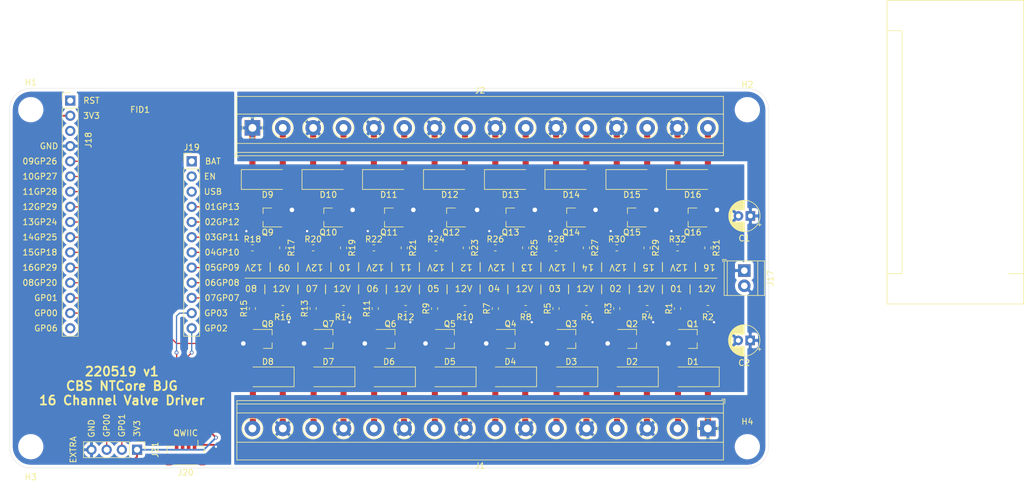
<source format=kicad_pcb>
(kicad_pcb (version 20171130) (host pcbnew 5.1.5+dfsg1-2build2)
  (layers (0 F.Cu signal) (31 B.Cu signal) (34 B.Paste user) (35 F.Paste user) (36 B.SilkS user) (37 F.SilkS user) (38 B.Mask user) (39 F.Mask user) (44 Edge.Cuts user))
  (net 0 "")
  (net 1 GND)
  (net 2 +12V)
  (net 3 /GP02)
  (net 4 /GP03)
  (net 5 /GP07)
  (net 6 /GP08)
  (net 7 /GP09)
  (net 8 /GP10)
  (net 9 /GP11)
  (net 10 /GP12)
  (net 11 /GP13)
  (net 12 /USB)
  (net 13 /EN)
  (net 14 /BAT)
  (net 15 /GP06)
  (net 16 /GP00)
  (net 17 /GP01)
  (net 18 /GP20)
  (net 19 /GP19)
  (net 20 /GP18)
  (net 21 /GP25)
  (net 22 /GP24)
  (net 23 /GP29)
  (net 24 /GP28)
  (net 25 /GP27)
  (net 26 /GP26)
  (net 27 /3V3)
  (net 28 /RST)
  (net 29 "Net-(Q1-Pad1)")
  (net 30 "Net-(Q2-Pad1)")
  (net 31 "Net-(Q3-Pad1)")
  (net 32 "Net-(Q4-Pad1)")
  (net 33 "Net-(Q5-Pad1)")
  (net 34 "Net-(Q6-Pad1)")
  (net 35 "Net-(Q7-Pad1)")
  (net 36 "Net-(Q8-Pad1)")
  (net 37 "Net-(Q9-Pad1)")
  (net 38 "Net-(Q10-Pad1)")
  (net 39 "Net-(Q11-Pad1)")
  (net 40 "Net-(Q12-Pad1)")
  (net 41 "Net-(Q13-Pad1)")
  (net 42 "Net-(Q14-Pad1)")
  (net 43 "Net-(Q15-Pad1)")
  (net 44 "Net-(Q16-Pad1)")
  (net 45 /O1)
  (net 46 /O2)
  (net 47 /O3)
  (net 48 /O4)
  (net 49 /O5)
  (net 50 /O6)
  (net 51 /O7)
  (net 52 /O8)
  (net 53 /O9)
  (net 54 /O10)
  (net 55 /O11)
  (net 56 /O12)
  (net 57 /O13)
  (net 58 /O14)
  (net 59 /O15)
  (net 60 /O16)
  (net 61 "Net-(J18-Pad3)")
  (module TerminalBlock_TE-Connectivity:TerminalBlock_TE_282834-2_1x02_P2.54mm_Horizontal (layer F.Cu) (at 155.956 86.36 270)
    (fp_text reference J17 (at 1.27 -4.37 90) (layer F.SilkS))
    (fp_text value Conn_01x02)
    (pad 2 thru_hole circle (at 2.54 0 270) (size 2.1 2.1) (drill 1.1) (layers *.Cu *.Mask) (net 2 +12V))
    (pad 1 thru_hole rect (at 0 0 270) (size 2.1 2.1) (drill 1.1) (layers *.Cu *.Mask) (net 1 GND))
  )
  (module TerminalBlock_Phoenix:TerminalBlock_Phoenix_MKDS-1,5-16-5.08_1x16_P5.08mm_Horizontal (layer F.Cu) (at 73.66 62.484)
    (fp_text reference J2 (at 38.1 -6.26) (layer F.SilkS))
    (fp_text value Conn_01x16)
    (pad 16 thru_hole circle (at 76.2 0) (size 2.6 2.6) (drill 1.3) (layers *.Cu *.Mask) (net 60 /O16))
    (pad 15 thru_hole circle (at 71.12 0) (size 2.6 2.6) (drill 1.3) (layers *.Cu *.Mask) (net 2 +12V))
    (pad 14 thru_hole circle (at 66.04 0) (size 2.6 2.6) (drill 1.3) (layers *.Cu *.Mask) (net 59 /O15))
    (pad 13 thru_hole circle (at 60.96 0) (size 2.6 2.6) (drill 1.3) (layers *.Cu *.Mask) (net 2 +12V))
    (pad 12 thru_hole circle (at 55.88 0) (size 2.6 2.6) (drill 1.3) (layers *.Cu *.Mask) (net 58 /O14))
    (pad 11 thru_hole circle (at 50.8 0) (size 2.6 2.6) (drill 1.3) (layers *.Cu *.Mask) (net 2 +12V))
    (pad 10 thru_hole circle (at 45.72 0) (size 2.6 2.6) (drill 1.3) (layers *.Cu *.Mask) (net 57 /O13))
    (pad 9 thru_hole circle (at 40.64 0) (size 2.6 2.6) (drill 1.3) (layers *.Cu *.Mask) (net 2 +12V))
    (pad 8 thru_hole circle (at 35.56 0) (size 2.6 2.6) (drill 1.3) (layers *.Cu *.Mask) (net 56 /O12))
    (pad 7 thru_hole circle (at 30.48 0) (size 2.6 2.6) (drill 1.3) (layers *.Cu *.Mask) (net 2 +12V))
    (pad 6 thru_hole circle (at 25.4 0) (size 2.6 2.6) (drill 1.3) (layers *.Cu *.Mask) (net 55 /O11))
    (pad 5 thru_hole circle (at 20.32 0) (size 2.6 2.6) (drill 1.3) (layers *.Cu *.Mask) (net 2 +12V))
    (pad 4 thru_hole circle (at 15.24 0) (size 2.6 2.6) (drill 1.3) (layers *.Cu *.Mask) (net 54 /O10))
    (pad 3 thru_hole circle (at 10.16 0) (size 2.6 2.6) (drill 1.3) (layers *.Cu *.Mask) (net 2 +12V))
    (pad 2 thru_hole circle (at 5.08 0) (size 2.6 2.6) (drill 1.3) (layers *.Cu *.Mask) (net 53 /O9))
    (pad 1 thru_hole rect (at 0 0) (size 2.6 2.6) (drill 1.3) (layers *.Cu *.Mask) (net 2 +12V))
  )
  (module TerminalBlock_Phoenix:TerminalBlock_Phoenix_MKDS-1,5-16-5.08_1x16_P5.08mm_Horizontal (layer F.Cu) (at 149.86 112.776 180)
    (fp_text reference J1 (at 38.1 -6.26) (layer F.SilkS))
    (fp_text value Conn_01x16)
    (pad 16 thru_hole circle (at 76.2 0 180) (size 2.6 2.6) (drill 1.3) (layers *.Cu *.Mask) (net 52 /O8))
    (pad 15 thru_hole circle (at 71.12 0 180) (size 2.6 2.6) (drill 1.3) (layers *.Cu *.Mask) (net 2 +12V))
    (pad 14 thru_hole circle (at 66.04 0 180) (size 2.6 2.6) (drill 1.3) (layers *.Cu *.Mask) (net 51 /O7))
    (pad 13 thru_hole circle (at 60.96 0 180) (size 2.6 2.6) (drill 1.3) (layers *.Cu *.Mask) (net 2 +12V))
    (pad 12 thru_hole circle (at 55.88 0 180) (size 2.6 2.6) (drill 1.3) (layers *.Cu *.Mask) (net 50 /O6))
    (pad 11 thru_hole circle (at 50.8 0 180) (size 2.6 2.6) (drill 1.3) (layers *.Cu *.Mask) (net 2 +12V))
    (pad 10 thru_hole circle (at 45.72 0 180) (size 2.6 2.6) (drill 1.3) (layers *.Cu *.Mask) (net 49 /O5))
    (pad 9 thru_hole circle (at 40.64 0 180) (size 2.6 2.6) (drill 1.3) (layers *.Cu *.Mask) (net 2 +12V))
    (pad 8 thru_hole circle (at 35.56 0 180) (size 2.6 2.6) (drill 1.3) (layers *.Cu *.Mask) (net 48 /O4))
    (pad 7 thru_hole circle (at 30.48 0 180) (size 2.6 2.6) (drill 1.3) (layers *.Cu *.Mask) (net 2 +12V))
    (pad 6 thru_hole circle (at 25.4 0 180) (size 2.6 2.6) (drill 1.3) (layers *.Cu *.Mask) (net 47 /O3))
    (pad 5 thru_hole circle (at 20.32 0 180) (size 2.6 2.6) (drill 1.3) (layers *.Cu *.Mask) (net 2 +12V))
    (pad 4 thru_hole circle (at 15.24 0 180) (size 2.6 2.6) (drill 1.3) (layers *.Cu *.Mask) (net 46 /O2))
    (pad 3 thru_hole circle (at 10.16 0 180) (size 2.6 2.6) (drill 1.3) (layers *.Cu *.Mask) (net 2 +12V))
    (pad 2 thru_hole circle (at 5.08 0 180) (size 2.6 2.6) (drill 1.3) (layers *.Cu *.Mask) (net 45 /O1))
    (pad 1 thru_hole rect (at 0 0 180) (size 2.6 2.6) (drill 1.3) (layers *.Cu *.Mask) (net 2 +12V))
  )
  (module Fiducial:Fiducial_1.5mm_Mask3mm (layer F.Cu) (at 51.308 59.436)
    (fp_text reference FID1 (at 3.556 0) (layer F.SilkS))
    (fp_text value Fiducial)
    (pad "" smd circle (at 0 0) (size 1.5 1.5) (layers F.Cu F.Mask) (clearance 0.75))
  )
  (module MountingHole:MountingHole_3.2mm_M3 (layer F.Cu) (at 156.464 115.824)
    (fp_text reference H4 (at 0 -4.2) (layer F.SilkS))
    (fp_text value MountingHole)
    (pad 1 np_thru_hole circle (at 0 0) (size 3.2 3.2) (drill 3.2) (layers *.Cu *.Mask))
  )
  (module MountingHole:MountingHole_3.2mm_M3 (layer F.Cu) (at 36.576 115.824)
    (fp_text reference H3 (at 0 5.08) (layer F.SilkS))
    (fp_text value MountingHole)
    (pad 1 np_thru_hole circle (at 0 0) (size 3.2 3.2) (drill 3.2) (layers *.Cu *.Mask))
  )
  (module MountingHole:MountingHole_3.2mm_M3 (layer F.Cu) (at 156.464 59.436)
    (fp_text reference H2 (at 0 -4.2) (layer F.SilkS))
    (fp_text value MountingHole)
    (pad 1 np_thru_hole circle (at 0 0) (size 3.2 3.2) (drill 3.2) (layers *.Cu *.Mask))
  )
  (module MountingHole:MountingHole_3.2mm_M3 (layer F.Cu) (at 36.576 59.436)
    (fp_text reference H1 (at 0 -4.572) (layer F.SilkS))
    (fp_text value MountingHole)
    (pad 1 np_thru_hole circle (at 0 0) (size 3.2 3.2) (drill 3.2) (layers *.Cu *.Mask))
  )
  (module Capacitor_THT:CP_Radial_D5.0mm_P2.00mm (layer F.Cu) (at 156.94 98.044 180)
    (fp_text reference C2 (at 1 -3.75) (layer F.SilkS))
    (fp_text value CP)
    (pad 2 thru_hole circle (at 2 0 180) (size 1.6 1.6) (drill 0.8) (layers *.Cu *.Mask) (net 1 GND))
    (pad 1 thru_hole rect (at 0 0 180) (size 1.6 1.6) (drill 0.8) (layers *.Cu *.Mask) (net 2 +12V))
  )
  (module Capacitor_THT:CP_Radial_D5.0mm_P2.00mm (layer F.Cu) (at 156.972 77.216 180)
    (fp_text reference C1 (at 1 -3.75) (layer F.SilkS))
    (fp_text value CP)
    (pad 2 thru_hole circle (at 2 0 180) (size 1.6 1.6) (drill 0.8) (layers *.Cu *.Mask) (net 1 GND))
    (pad 1 thru_hole rect (at 0 0 180) (size 1.6 1.6) (drill 0.8) (layers *.Cu *.Mask) (net 2 +12V))
  )
  (module Connector_PinHeader_2.54mm:PinHeader_1x16_P2.54mm_Vertical (layer F.Cu) (at 43.18 57.912)
    (fp_text reference J18 (at 3.048 6.604 90) (layer F.SilkS))
    (fp_text value Conn_01x16)
    (pad 16 thru_hole oval (at 0 38.1) (size 1.7 1.7) (drill 1) (layers *.Cu *.Mask) (net 15 /GP06))
    (pad 15 thru_hole oval (at 0 35.56) (size 1.7 1.7) (drill 1) (layers *.Cu *.Mask) (net 16 /GP00))
    (pad 14 thru_hole oval (at 0 33.02) (size 1.7 1.7) (drill 1) (layers *.Cu *.Mask) (net 17 /GP01))
    (pad 13 thru_hole oval (at 0 30.48) (size 1.7 1.7) (drill 1) (layers *.Cu *.Mask) (net 18 /GP20))
    (pad 12 thru_hole oval (at 0 27.94) (size 1.7 1.7) (drill 1) (layers *.Cu *.Mask) (net 19 /GP19))
    (pad 11 thru_hole oval (at 0 25.4) (size 1.7 1.7) (drill 1) (layers *.Cu *.Mask) (net 20 /GP18))
    (pad 10 thru_hole oval (at 0 22.86) (size 1.7 1.7) (drill 1) (layers *.Cu *.Mask) (net 21 /GP25))
    (pad 9 thru_hole oval (at 0 20.32) (size 1.7 1.7) (drill 1) (layers *.Cu *.Mask) (net 22 /GP24))
    (pad 8 thru_hole oval (at 0 17.78) (size 1.7 1.7) (drill 1) (layers *.Cu *.Mask) (net 23 /GP29))
    (pad 7 thru_hole oval (at 0 15.24) (size 1.7 1.7) (drill 1) (layers *.Cu *.Mask) (net 24 /GP28))
    (pad 6 thru_hole oval (at 0 12.7) (size 1.7 1.7) (drill 1) (layers *.Cu *.Mask) (net 25 /GP27))
    (pad 5 thru_hole oval (at 0 10.16) (size 1.7 1.7) (drill 1) (layers *.Cu *.Mask) (net 26 /GP26))
    (pad 4 thru_hole oval (at 0 7.62) (size 1.7 1.7) (drill 1) (layers *.Cu *.Mask) (net 1 GND))
    (pad 3 thru_hole oval (at 0 5.08) (size 1.7 1.7) (drill 1) (layers *.Cu *.Mask) (net 61 "Net-(J18-Pad3)"))
    (pad 2 thru_hole oval (at 0 2.54) (size 1.7 1.7) (drill 1) (layers *.Cu *.Mask) (net 27 /3V3))
    (pad 1 thru_hole rect (at 0 0) (size 1.7 1.7) (drill 1) (layers *.Cu *.Mask) (net 28 /RST))
  )
  (module Resistor_SMD:R_0603_1608Metric_Pad1.05x0.95mm_HandSolder (layer F.Cu) (at 144.78 82.55)
    (fp_text reference R32 (at 0 -1.43) (layer F.SilkS))
    (fp_text value 10k)
    (pad 2 smd roundrect (at 0.875 0) (size 1.05 0.95) (layers F.Cu F.Paste F.Mask) (net 44 "Net-(Q16-Pad1)"))
    (pad 1 smd roundrect (at -0.875 0) (size 1.05 0.95) (layers F.Cu F.Paste F.Mask) (net 1 GND))
  )
  (module Resistor_SMD:R_0603_1608Metric_Pad1.05x0.95mm_HandSolder (layer F.Cu) (at 149.86 82.55 270)
    (fp_text reference R31 (at 0 -1.43 90) (layer F.SilkS))
    (fp_text value 100)
    (pad 2 smd roundrect (at 0.875 0 270) (size 1.05 0.95) (layers F.Cu F.Paste F.Mask) (net 19 /GP19))
    (pad 1 smd roundrect (at -0.875 0 270) (size 1.05 0.95) (layers F.Cu F.Paste F.Mask) (net 44 "Net-(Q16-Pad1)"))
  )
  (module Resistor_SMD:R_0603_1608Metric_Pad1.05x0.95mm_HandSolder (layer F.Cu) (at 134.62 82.55)
    (fp_text reference R30 (at 0 -1.43) (layer F.SilkS))
    (fp_text value 10k)
    (pad 2 smd roundrect (at 0.875 0) (size 1.05 0.95) (layers F.Cu F.Paste F.Mask) (net 43 "Net-(Q15-Pad1)"))
    (pad 1 smd roundrect (at -0.875 0) (size 1.05 0.95) (layers F.Cu F.Paste F.Mask) (net 1 GND))
  )
  (module Resistor_SMD:R_0603_1608Metric_Pad1.05x0.95mm_HandSolder (layer F.Cu) (at 139.7 82.55 270)
    (fp_text reference R29 (at 0 -1.43 90) (layer F.SilkS))
    (fp_text value 100)
    (pad 2 smd roundrect (at 0.875 0 270) (size 1.05 0.95) (layers F.Cu F.Paste F.Mask) (net 20 /GP18))
    (pad 1 smd roundrect (at -0.875 0 270) (size 1.05 0.95) (layers F.Cu F.Paste F.Mask) (net 43 "Net-(Q15-Pad1)"))
  )
  (module Resistor_SMD:R_0603_1608Metric_Pad1.05x0.95mm_HandSolder (layer F.Cu) (at 124.46 82.55)
    (fp_text reference R28 (at 0 -1.43) (layer F.SilkS))
    (fp_text value 10k)
    (pad 2 smd roundrect (at 0.875 0) (size 1.05 0.95) (layers F.Cu F.Paste F.Mask) (net 42 "Net-(Q14-Pad1)"))
    (pad 1 smd roundrect (at -0.875 0) (size 1.05 0.95) (layers F.Cu F.Paste F.Mask) (net 1 GND))
  )
  (module Resistor_SMD:R_0603_1608Metric_Pad1.05x0.95mm_HandSolder (layer F.Cu) (at 129.54 82.55 270)
    (fp_text reference R27 (at 0 -1.43 90) (layer F.SilkS))
    (fp_text value 100)
    (pad 2 smd roundrect (at 0.875 0 270) (size 1.05 0.95) (layers F.Cu F.Paste F.Mask) (net 21 /GP25))
    (pad 1 smd roundrect (at -0.875 0 270) (size 1.05 0.95) (layers F.Cu F.Paste F.Mask) (net 42 "Net-(Q14-Pad1)"))
  )
  (module Resistor_SMD:R_0603_1608Metric_Pad1.05x0.95mm_HandSolder (layer F.Cu) (at 114.3 82.55)
    (fp_text reference R26 (at 0 -1.43) (layer F.SilkS))
    (fp_text value 10k)
    (pad 2 smd roundrect (at 0.875 0) (size 1.05 0.95) (layers F.Cu F.Paste F.Mask) (net 41 "Net-(Q13-Pad1)"))
    (pad 1 smd roundrect (at -0.875 0) (size 1.05 0.95) (layers F.Cu F.Paste F.Mask) (net 1 GND))
  )
  (module Resistor_SMD:R_0603_1608Metric_Pad1.05x0.95mm_HandSolder (layer F.Cu) (at 119.38 82.55 270)
    (fp_text reference R25 (at 0 -1.43 90) (layer F.SilkS))
    (fp_text value 100)
    (pad 2 smd roundrect (at 0.875 0 270) (size 1.05 0.95) (layers F.Cu F.Paste F.Mask) (net 22 /GP24))
    (pad 1 smd roundrect (at -0.875 0 270) (size 1.05 0.95) (layers F.Cu F.Paste F.Mask) (net 41 "Net-(Q13-Pad1)"))
  )
  (module Resistor_SMD:R_0603_1608Metric_Pad1.05x0.95mm_HandSolder (layer F.Cu) (at 104.37 82.55)
    (fp_text reference R24 (at 0 -1.43) (layer F.SilkS))
    (fp_text value 10k)
    (pad 2 smd roundrect (at 0.875 0) (size 1.05 0.95) (layers F.Cu F.Paste F.Mask) (net 40 "Net-(Q12-Pad1)"))
    (pad 1 smd roundrect (at -0.875 0) (size 1.05 0.95) (layers F.Cu F.Paste F.Mask) (net 1 GND))
  )
  (module Resistor_SMD:R_0603_1608Metric_Pad1.05x0.95mm_HandSolder (layer F.Cu) (at 109.45 82.55 270)
    (fp_text reference R23 (at 0 -1.43 90) (layer F.SilkS))
    (fp_text value 100)
    (pad 2 smd roundrect (at 0.875 0 270) (size 1.05 0.95) (layers F.Cu F.Paste F.Mask) (net 23 /GP29))
    (pad 1 smd roundrect (at -0.875 0 270) (size 1.05 0.95) (layers F.Cu F.Paste F.Mask) (net 40 "Net-(Q12-Pad1)"))
  )
  (module Resistor_SMD:R_0603_1608Metric_Pad1.05x0.95mm_HandSolder (layer F.Cu) (at 93.98 82.55)
    (fp_text reference R22 (at 0 -1.43) (layer F.SilkS))
    (fp_text value 10k)
    (pad 2 smd roundrect (at 0.875 0) (size 1.05 0.95) (layers F.Cu F.Paste F.Mask) (net 39 "Net-(Q11-Pad1)"))
    (pad 1 smd roundrect (at -0.875 0) (size 1.05 0.95) (layers F.Cu F.Paste F.Mask) (net 1 GND))
  )
  (module Resistor_SMD:R_0603_1608Metric_Pad1.05x0.95mm_HandSolder (layer F.Cu) (at 99.06 82.55 270)
    (fp_text reference R21 (at 0 -1.43 90) (layer F.SilkS))
    (fp_text value 100)
    (pad 2 smd roundrect (at 0.875 0 270) (size 1.05 0.95) (layers F.Cu F.Paste F.Mask) (net 24 /GP28))
    (pad 1 smd roundrect (at -0.875 0 270) (size 1.05 0.95) (layers F.Cu F.Paste F.Mask) (net 39 "Net-(Q11-Pad1)"))
  )
  (module Resistor_SMD:R_0603_1608Metric_Pad1.05x0.95mm_HandSolder (layer F.Cu) (at 83.82 82.55)
    (fp_text reference R20 (at 0 -1.43) (layer F.SilkS))
    (fp_text value 10k)
    (pad 2 smd roundrect (at 0.875 0) (size 1.05 0.95) (layers F.Cu F.Paste F.Mask) (net 38 "Net-(Q10-Pad1)"))
    (pad 1 smd roundrect (at -0.875 0) (size 1.05 0.95) (layers F.Cu F.Paste F.Mask) (net 1 GND))
  )
  (module Resistor_SMD:R_0603_1608Metric_Pad1.05x0.95mm_HandSolder (layer F.Cu) (at 88.9 82.55 270)
    (fp_text reference R19 (at 0 -1.43 90) (layer F.SilkS))
    (fp_text value 100)
    (pad 2 smd roundrect (at 0.875 0 270) (size 1.05 0.95) (layers F.Cu F.Paste F.Mask) (net 25 /GP27))
    (pad 1 smd roundrect (at -0.875 0 270) (size 1.05 0.95) (layers F.Cu F.Paste F.Mask) (net 38 "Net-(Q10-Pad1)"))
  )
  (module Resistor_SMD:R_0603_1608Metric_Pad1.05x0.95mm_HandSolder (layer F.Cu) (at 73.66 82.55)
    (fp_text reference R18 (at 0 -1.43) (layer F.SilkS))
    (fp_text value 10k)
    (pad 2 smd roundrect (at 0.875 0) (size 1.05 0.95) (layers F.Cu F.Paste F.Mask) (net 37 "Net-(Q9-Pad1)"))
    (pad 1 smd roundrect (at -0.875 0) (size 1.05 0.95) (layers F.Cu F.Paste F.Mask) (net 1 GND))
  )
  (module Resistor_SMD:R_0603_1608Metric_Pad1.05x0.95mm_HandSolder (layer F.Cu) (at 78.74 82.55 270)
    (fp_text reference R17 (at 0 -1.43 90) (layer F.SilkS))
    (fp_text value 100)
    (pad 2 smd roundrect (at 0.875 0 270) (size 1.05 0.95) (layers F.Cu F.Paste F.Mask) (net 26 /GP26))
    (pad 1 smd roundrect (at -0.875 0 270) (size 1.05 0.95) (layers F.Cu F.Paste F.Mask) (net 37 "Net-(Q9-Pad1)"))
  )
  (module Resistor_SMD:R_0603_1608Metric_Pad1.05x0.95mm_HandSolder (layer F.Cu) (at 78.74 92.71 180)
    (fp_text reference R16 (at 0 -1.43) (layer F.SilkS))
    (fp_text value 10k)
    (pad 2 smd roundrect (at 0.875 0 180) (size 1.05 0.95) (layers F.Cu F.Paste F.Mask) (net 36 "Net-(Q8-Pad1)"))
    (pad 1 smd roundrect (at -0.875 0 180) (size 1.05 0.95) (layers F.Cu F.Paste F.Mask) (net 1 GND))
  )
  (module Resistor_SMD:R_0603_1608Metric_Pad1.05x0.95mm_HandSolder (layer F.Cu) (at 73.66 92.71 90)
    (fp_text reference R15 (at 0 -1.43 90) (layer F.SilkS))
    (fp_text value 100)
    (pad 2 smd roundrect (at 0.875 0 90) (size 1.05 0.95) (layers F.Cu F.Paste F.Mask) (net 18 /GP20))
    (pad 1 smd roundrect (at -0.875 0 90) (size 1.05 0.95) (layers F.Cu F.Paste F.Mask) (net 36 "Net-(Q8-Pad1)"))
  )
  (module Resistor_SMD:R_0603_1608Metric_Pad1.05x0.95mm_HandSolder (layer F.Cu) (at 88.9 92.71 180)
    (fp_text reference R14 (at 0 -1.43) (layer F.SilkS))
    (fp_text value 10k)
    (pad 2 smd roundrect (at 0.875 0 180) (size 1.05 0.95) (layers F.Cu F.Paste F.Mask) (net 35 "Net-(Q7-Pad1)"))
    (pad 1 smd roundrect (at -0.875 0 180) (size 1.05 0.95) (layers F.Cu F.Paste F.Mask) (net 1 GND))
  )
  (module Resistor_SMD:R_0603_1608Metric_Pad1.05x0.95mm_HandSolder (layer F.Cu) (at 83.82 92.71 90)
    (fp_text reference R13 (at 0 -1.43 90) (layer F.SilkS))
    (fp_text value 100)
    (pad 2 smd roundrect (at 0.875 0 90) (size 1.05 0.95) (layers F.Cu F.Paste F.Mask) (net 5 /GP07))
    (pad 1 smd roundrect (at -0.875 0 90) (size 1.05 0.95) (layers F.Cu F.Paste F.Mask) (net 35 "Net-(Q7-Pad1)"))
  )
  (module Resistor_SMD:R_0603_1608Metric_Pad1.05x0.95mm_HandSolder (layer F.Cu) (at 99.29 92.71 180)
    (fp_text reference R12 (at 0 -1.43) (layer F.SilkS))
    (fp_text value 10k)
    (pad 2 smd roundrect (at 0.875 0 180) (size 1.05 0.95) (layers F.Cu F.Paste F.Mask) (net 34 "Net-(Q6-Pad1)"))
    (pad 1 smd roundrect (at -0.875 0 180) (size 1.05 0.95) (layers F.Cu F.Paste F.Mask) (net 1 GND))
  )
  (module Resistor_SMD:R_0603_1608Metric_Pad1.05x0.95mm_HandSolder (layer F.Cu) (at 94.21 92.71 90)
    (fp_text reference R11 (at 0 -1.43 90) (layer F.SilkS))
    (fp_text value 100)
    (pad 2 smd roundrect (at 0.875 0 90) (size 1.05 0.95) (layers F.Cu F.Paste F.Mask) (net 6 /GP08))
    (pad 1 smd roundrect (at -0.875 0 90) (size 1.05 0.95) (layers F.Cu F.Paste F.Mask) (net 34 "Net-(Q6-Pad1)"))
  )
  (module Resistor_SMD:R_0603_1608Metric_Pad1.05x0.95mm_HandSolder (layer F.Cu) (at 109.22 92.71 180)
    (fp_text reference R10 (at 0 -1.43) (layer F.SilkS))
    (fp_text value 10k)
    (pad 2 smd roundrect (at 0.875 0 180) (size 1.05 0.95) (layers F.Cu F.Paste F.Mask) (net 33 "Net-(Q5-Pad1)"))
    (pad 1 smd roundrect (at -0.875 0 180) (size 1.05 0.95) (layers F.Cu F.Paste F.Mask) (net 1 GND))
  )
  (module Resistor_SMD:R_0603_1608Metric_Pad1.05x0.95mm_HandSolder (layer F.Cu) (at 104.14 92.71 90)
    (fp_text reference R9 (at 0 -1.43 90) (layer F.SilkS))
    (fp_text value 100)
    (pad 2 smd roundrect (at 0.875 0 90) (size 1.05 0.95) (layers F.Cu F.Paste F.Mask) (net 7 /GP09))
    (pad 1 smd roundrect (at -0.875 0 90) (size 1.05 0.95) (layers F.Cu F.Paste F.Mask) (net 33 "Net-(Q5-Pad1)"))
  )
  (module Resistor_SMD:R_0603_1608Metric_Pad1.05x0.95mm_HandSolder (layer F.Cu) (at 119.38 92.71 180)
    (fp_text reference R8 (at 0 -1.43) (layer F.SilkS))
    (fp_text value 10k)
    (pad 2 smd roundrect (at 0.875 0 180) (size 1.05 0.95) (layers F.Cu F.Paste F.Mask) (net 32 "Net-(Q4-Pad1)"))
    (pad 1 smd roundrect (at -0.875 0 180) (size 1.05 0.95) (layers F.Cu F.Paste F.Mask) (net 1 GND))
  )
  (module Resistor_SMD:R_0603_1608Metric_Pad1.05x0.95mm_HandSolder (layer F.Cu) (at 114.3 92.71 90)
    (fp_text reference R7 (at 0 -1.43 90) (layer F.SilkS))
    (fp_text value 100)
    (pad 2 smd roundrect (at 0.875 0 90) (size 1.05 0.95) (layers F.Cu F.Paste F.Mask) (net 8 /GP10))
    (pad 1 smd roundrect (at -0.875 0 90) (size 1.05 0.95) (layers F.Cu F.Paste F.Mask) (net 32 "Net-(Q4-Pad1)"))
  )
  (module Resistor_SMD:R_0603_1608Metric_Pad1.05x0.95mm_HandSolder (layer F.Cu) (at 129.54 92.71 180)
    (fp_text reference R6 (at 0 -1.43) (layer F.SilkS))
    (fp_text value 10k)
    (pad 2 smd roundrect (at 0.875 0 180) (size 1.05 0.95) (layers F.Cu F.Paste F.Mask) (net 31 "Net-(Q3-Pad1)"))
    (pad 1 smd roundrect (at -0.875 0 180) (size 1.05 0.95) (layers F.Cu F.Paste F.Mask) (net 1 GND))
  )
  (module Resistor_SMD:R_0603_1608Metric_Pad1.05x0.95mm_HandSolder (layer F.Cu) (at 124.46 92.71 90)
    (fp_text reference R5 (at 0 -1.43 90) (layer F.SilkS))
    (fp_text value 100)
    (pad 2 smd roundrect (at 0.875 0 90) (size 1.05 0.95) (layers F.Cu F.Paste F.Mask) (net 9 /GP11))
    (pad 1 smd roundrect (at -0.875 0 90) (size 1.05 0.95) (layers F.Cu F.Paste F.Mask) (net 31 "Net-(Q3-Pad1)"))
  )
  (module Resistor_SMD:R_0603_1608Metric_Pad1.05x0.95mm_HandSolder (layer F.Cu) (at 139.7 92.71 180)
    (fp_text reference R4 (at 0 -1.43) (layer F.SilkS))
    (fp_text value 10k)
    (pad 2 smd roundrect (at 0.875 0 180) (size 1.05 0.95) (layers F.Cu F.Paste F.Mask) (net 30 "Net-(Q2-Pad1)"))
    (pad 1 smd roundrect (at -0.875 0 180) (size 1.05 0.95) (layers F.Cu F.Paste F.Mask) (net 1 GND))
  )
  (module Resistor_SMD:R_0603_1608Metric_Pad1.05x0.95mm_HandSolder (layer F.Cu) (at 134.62 92.71 90)
    (fp_text reference R3 (at 0 -1.43 90) (layer F.SilkS))
    (fp_text value 100)
    (pad 2 smd roundrect (at 0.875 0 90) (size 1.05 0.95) (layers F.Cu F.Paste F.Mask) (net 10 /GP12))
    (pad 1 smd roundrect (at -0.875 0 90) (size 1.05 0.95) (layers F.Cu F.Paste F.Mask) (net 30 "Net-(Q2-Pad1)"))
  )
  (module Resistor_SMD:R_0603_1608Metric_Pad1.05x0.95mm_HandSolder (layer F.Cu) (at 149.86 92.71 180)
    (fp_text reference R2 (at 0 -1.43) (layer F.SilkS))
    (fp_text value 10k)
    (pad 2 smd roundrect (at 0.875 0 180) (size 1.05 0.95) (layers F.Cu F.Paste F.Mask) (net 29 "Net-(Q1-Pad1)"))
    (pad 1 smd roundrect (at -0.875 0 180) (size 1.05 0.95) (layers F.Cu F.Paste F.Mask) (net 1 GND))
  )
  (module Resistor_SMD:R_0603_1608Metric_Pad1.05x0.95mm_HandSolder (layer F.Cu) (at 144.78 92.71 90)
    (fp_text reference R1 (at 0 -1.43 90) (layer F.SilkS))
    (fp_text value 100)
    (pad 2 smd roundrect (at 0.875 0 90) (size 1.05 0.95) (layers F.Cu F.Paste F.Mask) (net 11 /GP13))
    (pad 1 smd roundrect (at -0.875 0 90) (size 1.05 0.95) (layers F.Cu F.Paste F.Mask) (net 29 "Net-(Q1-Pad1)"))
  )
  (module Package_TO_SOT_SMD:SOT-23_Handsoldering (layer F.Cu) (at 147.32 77.47 180)
    (fp_text reference Q16 (at 0 -2.5) (layer F.SilkS))
    (fp_text value Q_NMOS_GSD)
    (pad 3 smd rect (at 1.5 0 180) (size 1.9 0.8) (layers F.Cu F.Paste F.Mask) (net 60 /O16))
    (pad 2 smd rect (at -1.5 0.95 180) (size 1.9 0.8) (layers F.Cu F.Paste F.Mask) (net 1 GND))
    (pad 1 smd rect (at -1.5 -0.95 180) (size 1.9 0.8) (layers F.Cu F.Paste F.Mask) (net 44 "Net-(Q16-Pad1)"))
  )
  (module Package_TO_SOT_SMD:SOT-23_Handsoldering (layer F.Cu) (at 137.16 77.47 180)
    (fp_text reference Q15 (at 0 -2.5) (layer F.SilkS))
    (fp_text value Q_NMOS_GSD)
    (pad 3 smd rect (at 1.5 0 180) (size 1.9 0.8) (layers F.Cu F.Paste F.Mask) (net 59 /O15))
    (pad 2 smd rect (at -1.5 0.95 180) (size 1.9 0.8) (layers F.Cu F.Paste F.Mask) (net 1 GND))
    (pad 1 smd rect (at -1.5 -0.95 180) (size 1.9 0.8) (layers F.Cu F.Paste F.Mask) (net 43 "Net-(Q15-Pad1)"))
  )
  (module Package_TO_SOT_SMD:SOT-23_Handsoldering (layer F.Cu) (at 127 77.47 180)
    (fp_text reference Q14 (at 0 -2.5) (layer F.SilkS))
    (fp_text value Q_NMOS_GSD)
    (pad 3 smd rect (at 1.5 0 180) (size 1.9 0.8) (layers F.Cu F.Paste F.Mask) (net 58 /O14))
    (pad 2 smd rect (at -1.5 0.95 180) (size 1.9 0.8) (layers F.Cu F.Paste F.Mask) (net 1 GND))
    (pad 1 smd rect (at -1.5 -0.95 180) (size 1.9 0.8) (layers F.Cu F.Paste F.Mask) (net 42 "Net-(Q14-Pad1)"))
  )
  (module Package_TO_SOT_SMD:SOT-23_Handsoldering (layer F.Cu) (at 116.84 77.47 180)
    (fp_text reference Q13 (at 0 -2.5) (layer F.SilkS))
    (fp_text value Q_NMOS_GSD)
    (pad 3 smd rect (at 1.5 0 180) (size 1.9 0.8) (layers F.Cu F.Paste F.Mask) (net 57 /O13))
    (pad 2 smd rect (at -1.5 0.95 180) (size 1.9 0.8) (layers F.Cu F.Paste F.Mask) (net 1 GND))
    (pad 1 smd rect (at -1.5 -0.95 180) (size 1.9 0.8) (layers F.Cu F.Paste F.Mask) (net 41 "Net-(Q13-Pad1)"))
  )
  (module Package_TO_SOT_SMD:SOT-23_Handsoldering (layer F.Cu) (at 106.91 77.47 180)
    (fp_text reference Q12 (at 0 -2.5) (layer F.SilkS))
    (fp_text value Q_NMOS_GSD)
    (pad 3 smd rect (at 1.5 0 180) (size 1.9 0.8) (layers F.Cu F.Paste F.Mask) (net 56 /O12))
    (pad 2 smd rect (at -1.5 0.95 180) (size 1.9 0.8) (layers F.Cu F.Paste F.Mask) (net 1 GND))
    (pad 1 smd rect (at -1.5 -0.95 180) (size 1.9 0.8) (layers F.Cu F.Paste F.Mask) (net 40 "Net-(Q12-Pad1)"))
  )
  (module Package_TO_SOT_SMD:SOT-23_Handsoldering (layer F.Cu) (at 96.52 77.47 180)
    (fp_text reference Q11 (at 0 -2.5) (layer F.SilkS))
    (fp_text value Q_NMOS_GSD)
    (pad 3 smd rect (at 1.5 0 180) (size 1.9 0.8) (layers F.Cu F.Paste F.Mask) (net 55 /O11))
    (pad 2 smd rect (at -1.5 0.95 180) (size 1.9 0.8) (layers F.Cu F.Paste F.Mask) (net 1 GND))
    (pad 1 smd rect (at -1.5 -0.95 180) (size 1.9 0.8) (layers F.Cu F.Paste F.Mask) (net 39 "Net-(Q11-Pad1)"))
  )
  (module Package_TO_SOT_SMD:SOT-23_Handsoldering (layer F.Cu) (at 86.36 77.47 180)
    (fp_text reference Q10 (at 0 -2.5) (layer F.SilkS))
    (fp_text value Q_NMOS_GSD)
    (pad 3 smd rect (at 1.5 0 180) (size 1.9 0.8) (layers F.Cu F.Paste F.Mask) (net 54 /O10))
    (pad 2 smd rect (at -1.5 0.95 180) (size 1.9 0.8) (layers F.Cu F.Paste F.Mask) (net 1 GND))
    (pad 1 smd rect (at -1.5 -0.95 180) (size 1.9 0.8) (layers F.Cu F.Paste F.Mask) (net 38 "Net-(Q10-Pad1)"))
  )
  (module Package_TO_SOT_SMD:SOT-23_Handsoldering (layer F.Cu) (at 76.2 77.47 180)
    (fp_text reference Q9 (at 0 -2.5) (layer F.SilkS))
    (fp_text value Q_NMOS_GSD)
    (pad 3 smd rect (at 1.5 0 180) (size 1.9 0.8) (layers F.Cu F.Paste F.Mask) (net 53 /O9))
    (pad 2 smd rect (at -1.5 0.95 180) (size 1.9 0.8) (layers F.Cu F.Paste F.Mask) (net 1 GND))
    (pad 1 smd rect (at -1.5 -0.95 180) (size 1.9 0.8) (layers F.Cu F.Paste F.Mask) (net 37 "Net-(Q9-Pad1)"))
  )
  (module Package_TO_SOT_SMD:SOT-23_Handsoldering (layer F.Cu) (at 76.2 97.79)
    (fp_text reference Q8 (at 0 -2.5) (layer F.SilkS))
    (fp_text value Q_NMOS_GSD)
    (pad 3 smd rect (at 1.5 0) (size 1.9 0.8) (layers F.Cu F.Paste F.Mask) (net 52 /O8))
    (pad 2 smd rect (at -1.5 0.95) (size 1.9 0.8) (layers F.Cu F.Paste F.Mask) (net 1 GND))
    (pad 1 smd rect (at -1.5 -0.95) (size 1.9 0.8) (layers F.Cu F.Paste F.Mask) (net 36 "Net-(Q8-Pad1)"))
  )
  (module Package_TO_SOT_SMD:SOT-23_Handsoldering (layer F.Cu) (at 86.36 97.79)
    (fp_text reference Q7 (at 0 -2.5) (layer F.SilkS))
    (fp_text value Q_NMOS_GSD)
    (pad 3 smd rect (at 1.5 0) (size 1.9 0.8) (layers F.Cu F.Paste F.Mask) (net 51 /O7))
    (pad 2 smd rect (at -1.5 0.95) (size 1.9 0.8) (layers F.Cu F.Paste F.Mask) (net 1 GND))
    (pad 1 smd rect (at -1.5 -0.95) (size 1.9 0.8) (layers F.Cu F.Paste F.Mask) (net 35 "Net-(Q7-Pad1)"))
  )
  (module Package_TO_SOT_SMD:SOT-23_Handsoldering (layer F.Cu) (at 96.75 97.79)
    (fp_text reference Q6 (at 0 -2.5) (layer F.SilkS))
    (fp_text value Q_NMOS_GSD)
    (pad 3 smd rect (at 1.5 0) (size 1.9 0.8) (layers F.Cu F.Paste F.Mask) (net 50 /O6))
    (pad 2 smd rect (at -1.5 0.95) (size 1.9 0.8) (layers F.Cu F.Paste F.Mask) (net 1 GND))
    (pad 1 smd rect (at -1.5 -0.95) (size 1.9 0.8) (layers F.Cu F.Paste F.Mask) (net 34 "Net-(Q6-Pad1)"))
  )
  (module Package_TO_SOT_SMD:SOT-23_Handsoldering (layer F.Cu) (at 106.68 97.79)
    (fp_text reference Q5 (at 0 -2.5) (layer F.SilkS))
    (fp_text value Q_NMOS_GSD)
    (pad 3 smd rect (at 1.5 0) (size 1.9 0.8) (layers F.Cu F.Paste F.Mask) (net 49 /O5))
    (pad 2 smd rect (at -1.5 0.95) (size 1.9 0.8) (layers F.Cu F.Paste F.Mask) (net 1 GND))
    (pad 1 smd rect (at -1.5 -0.95) (size 1.9 0.8) (layers F.Cu F.Paste F.Mask) (net 33 "Net-(Q5-Pad1)"))
  )
  (module Package_TO_SOT_SMD:SOT-23_Handsoldering (layer F.Cu) (at 116.84 97.79)
    (fp_text reference Q4 (at 0 -2.5) (layer F.SilkS))
    (fp_text value Q_NMOS_GSD)
    (pad 3 smd rect (at 1.5 0) (size 1.9 0.8) (layers F.Cu F.Paste F.Mask) (net 48 /O4))
    (pad 2 smd rect (at -1.5 0.95) (size 1.9 0.8) (layers F.Cu F.Paste F.Mask) (net 1 GND))
    (pad 1 smd rect (at -1.5 -0.95) (size 1.9 0.8) (layers F.Cu F.Paste F.Mask) (net 32 "Net-(Q4-Pad1)"))
  )
  (module Package_TO_SOT_SMD:SOT-23_Handsoldering (layer F.Cu) (at 127 97.79)
    (fp_text reference Q3 (at 0 -2.5) (layer F.SilkS))
    (fp_text value Q_NMOS_GSD)
    (pad 3 smd rect (at 1.5 0) (size 1.9 0.8) (layers F.Cu F.Paste F.Mask) (net 47 /O3))
    (pad 2 smd rect (at -1.5 0.95) (size 1.9 0.8) (layers F.Cu F.Paste F.Mask) (net 1 GND))
    (pad 1 smd rect (at -1.5 -0.95) (size 1.9 0.8) (layers F.Cu F.Paste F.Mask) (net 31 "Net-(Q3-Pad1)"))
  )
  (module Package_TO_SOT_SMD:SOT-23_Handsoldering (layer F.Cu) (at 137.16 97.79)
    (fp_text reference Q2 (at 0 -2.5) (layer F.SilkS))
    (fp_text value Q_NMOS_GSD)
    (pad 3 smd rect (at 1.5 0) (size 1.9 0.8) (layers F.Cu F.Paste F.Mask) (net 46 /O2))
    (pad 2 smd rect (at -1.5 0.95) (size 1.9 0.8) (layers F.Cu F.Paste F.Mask) (net 1 GND))
    (pad 1 smd rect (at -1.5 -0.95) (size 1.9 0.8) (layers F.Cu F.Paste F.Mask) (net 30 "Net-(Q2-Pad1)"))
  )
  (module Package_TO_SOT_SMD:SOT-23_Handsoldering (layer F.Cu) (at 147.32 97.79)
    (fp_text reference Q1 (at 0 -2.5) (layer F.SilkS))
    (fp_text value Q_NMOS_GSD)
    (pad 3 smd rect (at 1.5 0) (size 1.9 0.8) (layers F.Cu F.Paste F.Mask) (net 45 /O1))
    (pad 2 smd rect (at -1.5 0.95) (size 1.9 0.8) (layers F.Cu F.Paste F.Mask) (net 1 GND))
    (pad 1 smd rect (at -1.5 -0.95) (size 1.9 0.8) (layers F.Cu F.Paste F.Mask) (net 29 "Net-(Q1-Pad1)"))
  )
  (module Connector_PinHeader_2.54mm:PinHeader_1x04_P2.54mm_Vertical (layer F.Cu) (at 54.356 116.332 270)
    (fp_text reference J21 (at 0 -3.048 90) (layer F.SilkS))
    (fp_text value EXTRA (at 0 10.668 90) (layer F.SilkS))
    (pad 1 thru_hole rect (at 0 0 270) (size 1.7 1.7) (drill 1) (layers *.Cu *.Mask) (net 27 /3V3))
    (pad 2 thru_hole oval (at 0 2.54 270) (size 1.7 1.7) (drill 1) (layers *.Cu *.Mask) (net 17 /GP01))
    (pad 3 thru_hole oval (at 0 5.08 270) (size 1.7 1.7) (drill 1) (layers *.Cu *.Mask) (net 16 /GP00))
    (pad 4 thru_hole oval (at 0 7.62 270) (size 1.7 1.7) (drill 1) (layers *.Cu *.Mask) (net 1 GND))
  )
  (module Connector_JST:JST_SH_BM04B-SRSS-TB_1x04-1MP_P1.00mm_Vertical (layer F.Cu) (at 62.484 116.84 180)
    (fp_text reference J20 (at 0 -3.3) (layer F.SilkS))
    (fp_text value QWIIC (at 0 3.3) (layer F.SilkS))
    (pad MP smd roundrect (at 2.8 -1.2 180) (size 1.2 1.8) (layers F.Cu F.Paste F.Mask) (roundrect_rratio 0.208333))
    (pad MP smd roundrect (at -2.8 -1.2 180) (size 1.2 1.8) (layers F.Cu F.Paste F.Mask) (roundrect_rratio 0.208333))
    (pad 4 smd roundrect (at 1.5 1.325 180) (size 0.6 1.55) (layers F.Cu F.Paste F.Mask) (net 4 /GP03))
    (pad 3 smd roundrect (at 0.5 1.325 180) (size 0.6 1.55) (layers F.Cu F.Paste F.Mask) (net 3 /GP02))
    (pad 2 smd roundrect (at -0.5 1.325 180) (size 0.6 1.55) (layers F.Cu F.Paste F.Mask) (net 27 /3V3))
    (pad 1 smd roundrect (at -1.5 1.325 180) (size 0.6 1.55) (layers F.Cu F.Paste F.Mask) (net 1 GND))
  )
  (module Connector_PinHeader_2.54mm:PinHeader_1x12_P2.54mm_Vertical (layer F.Cu) (at 63.5 68.072)
    (fp_text reference J19 (at 0 -2.33) (layer F.SilkS))
    (fp_text value Conn_01x12)
    (pad 12 thru_hole oval (at 0 27.94) (size 1.7 1.7) (drill 1) (layers *.Cu *.Mask) (net 3 /GP02))
    (pad 11 thru_hole oval (at 0 25.4) (size 1.7 1.7) (drill 1) (layers *.Cu *.Mask) (net 4 /GP03))
    (pad 10 thru_hole oval (at 0 22.86) (size 1.7 1.7) (drill 1) (layers *.Cu *.Mask) (net 5 /GP07))
    (pad 9 thru_hole oval (at 0 20.32) (size 1.7 1.7) (drill 1) (layers *.Cu *.Mask) (net 6 /GP08))
    (pad 8 thru_hole oval (at 0 17.78) (size 1.7 1.7) (drill 1) (layers *.Cu *.Mask) (net 7 /GP09))
    (pad 7 thru_hole oval (at 0 15.24) (size 1.7 1.7) (drill 1) (layers *.Cu *.Mask) (net 8 /GP10))
    (pad 6 thru_hole oval (at 0 12.7) (size 1.7 1.7) (drill 1) (layers *.Cu *.Mask) (net 9 /GP11))
    (pad 5 thru_hole oval (at 0 10.16) (size 1.7 1.7) (drill 1) (layers *.Cu *.Mask) (net 10 /GP12))
    (pad 4 thru_hole oval (at 0 7.62) (size 1.7 1.7) (drill 1) (layers *.Cu *.Mask) (net 11 /GP13))
    (pad 3 thru_hole oval (at 0 5.08) (size 1.7 1.7) (drill 1) (layers *.Cu *.Mask) (net 12 /USB))
    (pad 2 thru_hole oval (at 0 2.54) (size 1.7 1.7) (drill 1) (layers *.Cu *.Mask) (net 13 /EN))
    (pad 1 thru_hole rect (at 0 0) (size 1.7 1.7) (drill 1) (layers *.Cu *.Mask) (net 14 /BAT))
  )
  (module Diode_SMD:D_SMA_Handsoldering (layer F.Cu) (at 147.32 71.12)
    (fp_text reference D16 (at 0 2.54) (layer F.SilkS))
    (fp_text value D)
    (pad 2 smd rect (at 2.5 0) (size 3.5 1.8) (layers F.Cu F.Paste F.Mask) (net 60 /O16))
    (pad 1 smd rect (at -2.5 0) (size 3.5 1.8) (layers F.Cu F.Paste F.Mask) (net 2 +12V))
  )
  (module Diode_SMD:D_SMA_Handsoldering (layer F.Cu) (at 137.2 71.12)
    (fp_text reference D15 (at -0.04 2.54) (layer F.SilkS))
    (fp_text value D)
    (pad 2 smd rect (at 2.5 0) (size 3.5 1.8) (layers F.Cu F.Paste F.Mask) (net 59 /O15))
    (pad 1 smd rect (at -2.5 0) (size 3.5 1.8) (layers F.Cu F.Paste F.Mask) (net 2 +12V))
  )
  (module Diode_SMD:D_SMA_Handsoldering (layer F.Cu) (at 127 71.12)
    (fp_text reference D14 (at 0 2.54) (layer F.SilkS))
    (fp_text value D)
    (pad 2 smd rect (at 2.5 0) (size 3.5 1.8) (layers F.Cu F.Paste F.Mask) (net 58 /O14))
    (pad 1 smd rect (at -2.5 0) (size 3.5 1.8) (layers F.Cu F.Paste F.Mask) (net 2 +12V))
  )
  (module Diode_SMD:D_SMA_Handsoldering (layer F.Cu) (at 116.88 71.12)
    (fp_text reference D13 (at -0.04 2.54) (layer F.SilkS))
    (fp_text value D)
    (pad 2 smd rect (at 2.5 0) (size 3.5 1.8) (layers F.Cu F.Paste F.Mask) (net 57 /O13))
    (pad 1 smd rect (at -2.5 0) (size 3.5 1.8) (layers F.Cu F.Paste F.Mask) (net 2 +12V))
  )
  (module Diode_SMD:D_SMA_Handsoldering (layer F.Cu) (at 106.68 71.12)
    (fp_text reference D12 (at 0 2.54) (layer F.SilkS))
    (fp_text value D)
    (pad 2 smd rect (at 2.5 0) (size 3.5 1.8) (layers F.Cu F.Paste F.Mask) (net 56 /O12))
    (pad 1 smd rect (at -2.5 0) (size 3.5 1.8) (layers F.Cu F.Paste F.Mask) (net 2 +12V))
  )
  (module Diode_SMD:D_SMA_Handsoldering (layer F.Cu) (at 96.48 71.12)
    (fp_text reference D11 (at 0 2.54) (layer F.SilkS))
    (fp_text value D)
    (pad 2 smd rect (at 2.5 0) (size 3.5 1.8) (layers F.Cu F.Paste F.Mask) (net 55 /O11))
    (pad 1 smd rect (at -2.5 0) (size 3.5 1.8) (layers F.Cu F.Paste F.Mask) (net 2 +12V))
  )
  (module Diode_SMD:D_SMA_Handsoldering (layer F.Cu) (at 86.36 71.12)
    (fp_text reference D10 (at 0 2.54) (layer F.SilkS))
    (fp_text value D)
    (pad 2 smd rect (at 2.5 0) (size 3.5 1.8) (layers F.Cu F.Paste F.Mask) (net 54 /O10))
    (pad 1 smd rect (at -2.5 0) (size 3.5 1.8) (layers F.Cu F.Paste F.Mask) (net 2 +12V))
  )
  (module Diode_SMD:D_SMA_Handsoldering (layer F.Cu) (at 76.2 71.12)
    (fp_text reference D9 (at 0 2.54) (layer F.SilkS))
    (fp_text value D)
    (pad 2 smd rect (at 2.5 0) (size 3.5 1.8) (layers F.Cu F.Paste F.Mask) (net 53 /O9))
    (pad 1 smd rect (at -2.5 0) (size 3.5 1.8) (layers F.Cu F.Paste F.Mask) (net 2 +12V))
  )
  (module Diode_SMD:D_SMA_Handsoldering (layer F.Cu) (at 76.24 104.14 180)
    (fp_text reference D8 (at 0 2.54) (layer F.SilkS))
    (fp_text value D)
    (pad 2 smd rect (at 2.5 0 180) (size 3.5 1.8) (layers F.Cu F.Paste F.Mask) (net 52 /O8))
    (pad 1 smd rect (at -2.5 0 180) (size 3.5 1.8) (layers F.Cu F.Paste F.Mask) (net 2 +12V))
  )
  (module Diode_SMD:D_SMA_Handsoldering (layer F.Cu) (at 86.4 104.14 180)
    (fp_text reference D7 (at 0.04 2.54) (layer F.SilkS))
    (fp_text value D)
    (pad 2 smd rect (at 2.5 0 180) (size 3.5 1.8) (layers F.Cu F.Paste F.Mask) (net 51 /O7))
    (pad 1 smd rect (at -2.5 0 180) (size 3.5 1.8) (layers F.Cu F.Paste F.Mask) (net 2 +12V))
  )
  (module Diode_SMD:D_SMA_Handsoldering (layer F.Cu) (at 96.52 104.14 180)
    (fp_text reference D6 (at 0 2.54) (layer F.SilkS))
    (fp_text value D)
    (pad 2 smd rect (at 2.5 0 180) (size 3.5 1.8) (layers F.Cu F.Paste F.Mask) (net 50 /O6))
    (pad 1 smd rect (at -2.5 0 180) (size 3.5 1.8) (layers F.Cu F.Paste F.Mask) (net 2 +12V))
  )
  (module Diode_SMD:D_SMA_Handsoldering (layer F.Cu) (at 106.68 104.14 180)
    (fp_text reference D5 (at 0 2.54) (layer F.SilkS))
    (fp_text value D)
    (pad 2 smd rect (at 2.5 0 180) (size 3.5 1.8) (layers F.Cu F.Paste F.Mask) (net 49 /O5))
    (pad 1 smd rect (at -2.5 0 180) (size 3.5 1.8) (layers F.Cu F.Paste F.Mask) (net 2 +12V))
  )
  (module Diode_SMD:D_SMA_Handsoldering (layer F.Cu) (at 116.8 104.14 180)
    (fp_text reference D4 (at 0 2.54) (layer F.SilkS))
    (fp_text value D)
    (pad 2 smd rect (at 2.5 0 180) (size 3.5 1.8) (layers F.Cu F.Paste F.Mask) (net 48 /O4))
    (pad 1 smd rect (at -2.5 0 180) (size 3.5 1.8) (layers F.Cu F.Paste F.Mask) (net 2 +12V))
  )
  (module Diode_SMD:D_SMA_Handsoldering (layer F.Cu) (at 127.04 104.14 180)
    (fp_text reference D3 (at 0.04 2.54) (layer F.SilkS))
    (fp_text value D)
    (pad 2 smd rect (at 2.5 0 180) (size 3.5 1.8) (layers F.Cu F.Paste F.Mask) (net 47 /O3))
    (pad 1 smd rect (at -2.5 0 180) (size 3.5 1.8) (layers F.Cu F.Paste F.Mask) (net 2 +12V))
  )
  (module Diode_SMD:D_SMA_Handsoldering (layer F.Cu) (at 137.16 104.14 180)
    (fp_text reference D2 (at 0 2.54) (layer F.SilkS))
    (fp_text value D)
    (pad 2 smd rect (at 2.5 0 180) (size 3.5 1.8) (layers F.Cu F.Paste F.Mask) (net 46 /O2))
    (pad 1 smd rect (at -2.5 0 180) (size 3.5 1.8) (layers F.Cu F.Paste F.Mask) (net 2 +12V))
  )
  (module Diode_SMD:D_SMA_Handsoldering (layer F.Cu) (at 147.36 104.14 180)
    (fp_text reference D1 (at 0 2.54) (layer F.SilkS))
    (fp_text value D)
    (pad 2 smd rect (at 2.5 0 180) (size 3.5 1.8) (layers F.Cu F.Paste F.Mask) (net 45 /O1))
    (pad 1 smd rect (at -2.5 0 180) (size 3.5 1.8) (layers F.Cu F.Paste F.Mask) (net 2 +12V))
  )
  (gr_line (start 151.384 87.63) (end 72.39 87.63) (layer F.SilkS) (width 0.12))
  (gr_text "16 | 12V | 15 | 12V | 14 | 12V | 13 | 12V | 12 | 12V | 11 | 12V | 10 | 12V | 09 | 12V" (at 111.76 85.852 180) (layer F.SilkS) (effects (font (size 1.05664 1.05664))))
  (gr_text "08 | 12V | 07 | 12V | 06 | 12V | 05 | 12V | 04 | 12V | 03 | 12V | 02 | 12V | 01 | 12V" (at 111.76 89.408) (layer F.SilkS) (effects (font (size 1.05664 1.05664))))
  (gr_text "220519 v1\nCBS NTCore BJG\n16 Channel Valve Driver" (at 51.816 105.664) (layer F.SilkS) (effects (font (size 1.5 1.5) (thickness 0.3))))
  (gr_text BAT (at 67.056 68.072) (layer F.SilkS) (effects (font (size 1 1))))
  (gr_text EN (at 66.548 70.612) (layer F.SilkS) (effects (font (size 1 1))))
  (gr_text USB (at 67.056 73.152) (layer F.SilkS) (effects (font (size 1 1))))
  (gr_text 01GP13 (at 68.58 75.692) (layer F.SilkS) (effects (font (size 1 1))))
  (gr_text 02GP12 (at 68.58 78.232) (layer F.SilkS) (effects (font (size 1 1))))
  (gr_text 03GP11 (at 68.58 80.772) (layer F.SilkS) (effects (font (size 1 1))))
  (gr_text 04GP10 (at 68.58 83.312) (layer F.SilkS) (effects (font (size 1 1))))
  (gr_text 05GP09 (at 68.58 85.852) (layer F.SilkS) (effects (font (size 1 1))))
  (gr_text 06GP08 (at 68.58 88.392) (layer F.SilkS) (effects (font (size 1 1))))
  (gr_text 07GP07 (at 68.58 90.932) (layer F.SilkS) (effects (font (size 1 1))))
  (gr_text GP03 (at 67.564 93.472) (layer F.SilkS) (effects (font (size 1 1))))
  (gr_text GP02 (at 67.564 96.012) (layer F.SilkS) (effects (font (size 1 1))))
  (gr_text GP06 (at 39.116 96.012) (layer F.SilkS) (effects (font (size 1 1))))
  (gr_text GP00 (at 39.116 93.472) (layer F.SilkS) (effects (font (size 1 1))))
  (gr_text GP01 (at 39.116 90.932) (layer F.SilkS) (effects (font (size 1 1))))
  (gr_text 08GP20 (at 38.1 88.392) (layer F.SilkS) (effects (font (size 1 1))))
  (gr_text 16GP29 (at 38.1 85.852) (layer F.SilkS) (effects (font (size 1 1))))
  (gr_text 15GP18 (at 38.1 83.312) (layer F.SilkS) (effects (font (size 1 1))))
  (gr_text 14GP25 (at 38.1 80.772) (layer F.SilkS) (effects (font (size 1 1))))
  (gr_text 13GP24 (at 38.1 78.232) (layer F.SilkS) (effects (font (size 1 1))))
  (gr_text 12GP29 (at 38.1 75.692) (layer F.SilkS) (effects (font (size 1 1))))
  (gr_text 11GP28 (at 38.1 73.152) (layer F.SilkS) (effects (font (size 1 1))))
  (gr_text 10GP27 (at 38.1 70.612) (layer F.SilkS) (effects (font (size 1 1))))
  (gr_text 09GP26 (at 38.1 68.072) (layer F.SilkS) (effects (font (size 1 1))))
  (gr_text GND (at 39.624 65.532) (layer F.SilkS) (effects (font (size 1 1))))
  (gr_text 3V3 (at 46.736 60.452) (layer F.SilkS) (effects (font (size 1 1))))
  (gr_text RST (at 46.736 57.912) (layer F.SilkS) (effects (font (size 1 1))))
  (gr_text 3V3 (at 54.356 112.776 90) (layer F.SilkS) (effects (font (size 1 1))))
  (gr_text GP01 (at 51.816 112.268 90) (layer F.SilkS) (effects (font (size 1 1))))
  (gr_text GP00 (at 49.276 112.268 90) (layer F.SilkS) (effects (font (size 1 1))))
  (gr_text GND (at 46.736 112.776 90) (layer F.SilkS) (effects (font (size 1 1))))
  (gr_line (start 33.02 115.824) (end 33.02 59.436) (layer Edge.Cuts) (width 0.05))
  (gr_line (start 156.464 119.38) (end 36.576 119.38) (layer Edge.Cuts) (width 0.05))
  (gr_line (start 160.02 59.436) (end 160.02 115.824) (layer Edge.Cuts) (width 0.05))
  (gr_line (start 36.576 55.88) (end 156.464 55.88) (layer Edge.Cuts) (width 0.05))
  (gr_arc (start 156.464 59.436) (end 160.02 59.436) (angle -90) (layer Edge.Cuts) (width 0.05))
  (gr_arc (start 156.464 115.824) (end 156.464 119.38) (angle -90) (layer Edge.Cuts) (width 0.05))
  (gr_arc (start 36.576 115.824) (end 33.02 115.824) (angle -90) (layer Edge.Cuts) (width 0.05))
  (gr_arc (start 36.576 59.436) (end 36.576 55.88) (angle -90) (layer Edge.Cuts) (width 0.05))
  (gr_line (start 202.692 86.868) (end 200.152 86.868) (layer F.SilkS) (width 0.12))
  (gr_line (start 182.372 86.868) (end 179.832 86.868) (layer F.SilkS) (width 0.12))
  (gr_line (start 182.372 46.228) (end 182.372 86.868) (layer F.SilkS) (width 0.12))
  (gr_line (start 179.832 46.228) (end 182.372 46.228) (layer F.SilkS) (width 0.12))
  (gr_line (start 179.832 91.948) (end 179.832 41.148) (layer F.SilkS) (width 0.12))
  (gr_line (start 202.692 91.948) (end 179.832 91.948) (layer F.SilkS) (width 0.12))
  (gr_line (start 202.692 41.148) (end 202.692 91.948) (layer F.SilkS) (width 0.12))
  (gr_line (start 179.832 41.148) (end 202.692 41.148) (layer F.SilkS) (width 0.12))
  (via (at 143.256 98.552) (size 1.016) (drill 0.762) (layers F.Cu B.Cu) (net 1))
  (segment (start 143.444 98.74) (end 143.256 98.552) (width 1.016) (layer F.Cu) (net 1))
  (segment (start 145.82 98.74) (end 143.444 98.74) (width 1.016) (layer F.Cu) (net 1))
  (via (at 133.096 98.552) (size 1.016) (drill 0.762) (layers F.Cu B.Cu) (net 1))
  (segment (start 133.284 98.74) (end 133.096 98.552) (width 1.016) (layer F.Cu) (net 1))
  (segment (start 135.66 98.74) (end 133.284 98.74) (width 1.016) (layer F.Cu) (net 1))
  (via (at 122.936 98.552) (size 1.016) (drill 0.762) (layers F.Cu B.Cu) (net 1))
  (segment (start 123.124 98.74) (end 122.936 98.552) (width 1.016) (layer F.Cu) (net 1))
  (segment (start 125.5 98.74) (end 123.124 98.74) (width 1.016) (layer F.Cu) (net 1))
  (via (at 112.776 98.552) (size 1.016) (drill 0.762) (layers F.Cu B.Cu) (net 1))
  (segment (start 112.964 98.74) (end 112.776 98.552) (width 1.016) (layer F.Cu) (net 1))
  (segment (start 115.34 98.74) (end 112.964 98.74) (width 1.016) (layer F.Cu) (net 1))
  (via (at 102.616 98.552) (size 1.016) (drill 0.762) (layers F.Cu B.Cu) (net 1))
  (segment (start 102.804 98.74) (end 102.616 98.552) (width 1.016) (layer F.Cu) (net 1))
  (segment (start 105.18 98.74) (end 102.804 98.74) (width 1.016) (layer F.Cu) (net 1))
  (via (at 92.456 98.552) (size 1.016) (drill 0.762) (layers F.Cu B.Cu) (net 1))
  (segment (start 92.644 98.74) (end 92.456 98.552) (width 1.016) (layer F.Cu) (net 1))
  (segment (start 95.25 98.74) (end 92.644 98.74) (width 1.016) (layer F.Cu) (net 1))
  (via (at 82.296 98.552) (size 1.016) (drill 0.762) (layers F.Cu B.Cu) (net 1))
  (segment (start 82.484 98.74) (end 82.296 98.552) (width 1.016) (layer F.Cu) (net 1))
  (segment (start 84.86 98.74) (end 82.484 98.74) (width 1.016) (layer F.Cu) (net 1))
  (via (at 72.136 98.552) (size 1.016) (drill 0.762) (layers F.Cu B.Cu) (net 1))
  (segment (start 72.324 98.74) (end 72.136 98.552) (width 1.016) (layer F.Cu) (net 1))
  (segment (start 74.7 98.74) (end 72.324 98.74) (width 1.016) (layer F.Cu) (net 1))
  (via (at 151.384 76.2) (size 1.016) (drill 0.762) (layers F.Cu B.Cu) (net 1))
  (segment (start 151.064 76.52) (end 151.384 76.2) (width 1.016) (layer F.Cu) (net 1))
  (segment (start 148.82 76.52) (end 151.064 76.52) (width 1.016) (layer F.Cu) (net 1))
  (via (at 141.224 76.2) (size 1.016) (drill 0.762) (layers F.Cu B.Cu) (net 1))
  (segment (start 140.904 76.52) (end 141.224 76.2) (width 1.016) (layer F.Cu) (net 1))
  (segment (start 138.66 76.52) (end 140.904 76.52) (width 1.016) (layer F.Cu) (net 1))
  (via (at 131.064 76.2) (size 1.016) (drill 0.762) (layers F.Cu B.Cu) (net 1))
  (segment (start 130.744 76.52) (end 131.064 76.2) (width 1.016) (layer F.Cu) (net 1))
  (segment (start 128.5 76.52) (end 130.744 76.52) (width 1.016) (layer F.Cu) (net 1))
  (via (at 120.904 76.2) (size 1.016) (drill 0.762) (layers F.Cu B.Cu) (net 1))
  (segment (start 120.584 76.52) (end 120.904 76.2) (width 1.016) (layer F.Cu) (net 1))
  (segment (start 118.34 76.52) (end 120.584 76.52) (width 1.016) (layer F.Cu) (net 1))
  (segment (start 110.932 76.52) (end 111.252 76.2) (width 1.016) (layer F.Cu) (net 1))
  (via (at 111.252 76.2) (size 1.016) (drill 0.762) (layers F.Cu B.Cu) (net 1))
  (segment (start 108.41 76.52) (end 110.932 76.52) (width 1.016) (layer F.Cu) (net 1))
  (via (at 100.584 76.2) (size 1.016) (drill 0.762) (layers F.Cu B.Cu) (net 1))
  (segment (start 100.264 76.52) (end 100.584 76.2) (width 1.016) (layer F.Cu) (net 1))
  (segment (start 98.02 76.52) (end 100.264 76.52) (width 1.016) (layer F.Cu) (net 1))
  (via (at 90.424 76.2) (size 1.016) (drill 0.762) (layers F.Cu B.Cu) (net 1))
  (segment (start 90.104 76.52) (end 90.424 76.2) (width 1.016) (layer F.Cu) (net 1))
  (segment (start 87.86 76.52) (end 90.104 76.52) (width 1.016) (layer F.Cu) (net 1))
  (segment (start 79.944 76.52) (end 80.264 76.2) (width 1.016) (layer F.Cu) (net 1))
  (via (at 80.264 76.2) (size 1.016) (drill 0.762) (layers F.Cu B.Cu) (net 1))
  (segment (start 77.7 76.52) (end 79.944 76.52) (width 1.016) (layer F.Cu) (net 1))
  (via (at 150.876 94.996) (size 0.635) (drill 0.381) (layers F.Cu B.Cu) (net 1))
  (segment (start 150.735 94.855) (end 150.876 94.996) (width 0.3048) (layer F.Cu) (net 1))
  (segment (start 150.735 92.71) (end 150.735 94.855) (width 0.3048) (layer F.Cu) (net 1))
  (via (at 140.716 94.996) (size 0.635) (drill 0.381) (layers F.Cu B.Cu) (net 1))
  (segment (start 140.575 94.855) (end 140.716 94.996) (width 0.3048) (layer F.Cu) (net 1))
  (segment (start 140.575 92.71) (end 140.575 94.855) (width 0.3048) (layer F.Cu) (net 1))
  (via (at 130.556 94.996) (size 0.635) (drill 0.381) (layers F.Cu B.Cu) (net 1))
  (segment (start 130.415 94.855) (end 130.556 94.996) (width 0.3048) (layer F.Cu) (net 1))
  (segment (start 130.415 92.71) (end 130.415 94.855) (width 0.3048) (layer F.Cu) (net 1))
  (via (at 120.396 94.996) (size 0.635) (drill 0.381) (layers F.Cu B.Cu) (net 1))
  (segment (start 120.255 94.855) (end 120.396 94.996) (width 0.3048) (layer F.Cu) (net 1))
  (segment (start 120.255 92.71) (end 120.255 94.855) (width 0.3048) (layer F.Cu) (net 1))
  (via (at 110.236 94.996) (size 0.635) (drill 0.381) (layers F.Cu B.Cu) (net 1))
  (segment (start 110.095 94.855) (end 110.236 94.996) (width 0.3048) (layer F.Cu) (net 1))
  (segment (start 110.095 92.71) (end 110.095 94.855) (width 0.3048) (layer F.Cu) (net 1))
  (via (at 100.076 94.996) (size 0.635) (drill 0.381) (layers F.Cu B.Cu) (net 1))
  (segment (start 100.165 94.907) (end 100.076 94.996) (width 0.3048) (layer F.Cu) (net 1))
  (segment (start 100.165 92.71) (end 100.165 94.907) (width 0.3048) (layer F.Cu) (net 1))
  (via (at 89.916 94.996) (size 0.635) (drill 0.381) (layers F.Cu B.Cu) (net 1))
  (segment (start 89.775 94.855) (end 89.916 94.996) (width 0.3048) (layer F.Cu) (net 1))
  (segment (start 89.775 92.71) (end 89.775 94.855) (width 0.3048) (layer F.Cu) (net 1))
  (via (at 79.756 94.996) (size 0.635) (drill 0.381) (layers F.Cu B.Cu) (net 1))
  (segment (start 79.615 94.855) (end 79.756 94.996) (width 0.3048) (layer F.Cu) (net 1))
  (segment (start 79.615 92.71) (end 79.615 94.855) (width 0.3048) (layer F.Cu) (net 1))
  (via (at 72.644 79.756) (size 0.635) (drill 0.381) (layers F.Cu B.Cu) (net 1))
  (segment (start 72.785 79.897) (end 72.644 79.756) (width 0.3048) (layer F.Cu) (net 1))
  (segment (start 72.785 82.55) (end 72.785 79.897) (width 0.3048) (layer F.Cu) (net 1))
  (via (at 82.804 79.756) (size 0.635) (drill 0.381) (layers F.Cu B.Cu) (net 1))
  (segment (start 82.945 79.897) (end 82.804 79.756) (width 0.3048) (layer F.Cu) (net 1))
  (segment (start 82.945 82.55) (end 82.945 79.897) (width 0.3048) (layer F.Cu) (net 1))
  (via (at 92.964 79.756) (size 0.635) (drill 0.381) (layers F.Cu B.Cu) (net 1))
  (segment (start 93.105 79.897) (end 92.964 79.756) (width 0.3048) (layer F.Cu) (net 1))
  (segment (start 93.105 82.55) (end 93.105 79.897) (width 0.3048) (layer F.Cu) (net 1))
  (via (at 103.632 79.756) (size 0.635) (drill 0.381) (layers F.Cu B.Cu) (net 1))
  (segment (start 103.495 79.893) (end 103.632 79.756) (width 0.3048) (layer F.Cu) (net 1))
  (segment (start 103.495 82.55) (end 103.495 79.893) (width 0.3048) (layer F.Cu) (net 1))
  (via (at 113.284 79.756) (size 0.635) (drill 0.381) (layers F.Cu B.Cu) (net 1))
  (segment (start 113.425 79.897) (end 113.284 79.756) (width 0.3048) (layer F.Cu) (net 1))
  (segment (start 113.425 82.55) (end 113.425 79.897) (width 0.3048) (layer F.Cu) (net 1))
  (via (at 123.444 79.756) (size 0.635) (drill 0.381) (layers F.Cu B.Cu) (net 1))
  (segment (start 123.585 79.897) (end 123.444 79.756) (width 0.3048) (layer F.Cu) (net 1))
  (segment (start 123.585 82.55) (end 123.585 79.897) (width 0.3048) (layer F.Cu) (net 1))
  (via (at 133.604 79.756) (size 0.635) (drill 0.381) (layers F.Cu B.Cu) (net 1))
  (segment (start 133.745 79.897) (end 133.604 79.756) (width 0.3048) (layer F.Cu) (net 1))
  (segment (start 133.745 82.55) (end 133.745 79.897) (width 0.3048) (layer F.Cu) (net 1))
  (via (at 143.764 79.756) (size 0.635) (drill 0.381) (layers F.Cu B.Cu) (net 1))
  (segment (start 143.905 79.897) (end 143.764 79.756) (width 0.3048) (layer F.Cu) (net 1))
  (segment (start 143.905 82.55) (end 143.905 79.897) (width 0.3048) (layer F.Cu) (net 1))
  (via (at 67.564 115.824) (size 0.635) (drill 0.381) (layers F.Cu B.Cu) (net 1))
  (segment (start 67.255 115.515) (end 67.564 115.824) (width 0.3048) (layer F.Cu) (net 1))
  (segment (start 63.984 115.515) (end 67.255 115.515) (width 0.3048) (layer F.Cu) (net 1))
  (segment (start 149.86 104.14) (end 149.86 112.776) (width 1.016) (layer F.Cu) (net 2))
  (segment (start 139.66 112.736) (end 139.7 112.776) (width 1.016) (layer F.Cu) (net 2))
  (segment (start 139.66 104.14) (end 139.66 112.736) (width 1.016) (layer F.Cu) (net 2))
  (segment (start 129.54 104.14) (end 129.54 112.776) (width 1.016) (layer F.Cu) (net 2))
  (segment (start 119.3 112.696) (end 119.38 112.776) (width 1.016) (layer F.Cu) (net 2))
  (segment (start 119.3 104.14) (end 119.3 112.696) (width 1.016) (layer F.Cu) (net 2))
  (segment (start 109.18 112.736) (end 109.22 112.776) (width 1.016) (layer F.Cu) (net 2))
  (segment (start 109.18 104.14) (end 109.18 112.736) (width 1.016) (layer F.Cu) (net 2))
  (segment (start 99.02 112.736) (end 99.06 112.776) (width 1.016) (layer F.Cu) (net 2))
  (segment (start 99.02 104.14) (end 99.02 112.736) (width 1.016) (layer F.Cu) (net 2))
  (segment (start 88.9 104.14) (end 88.9 112.776) (width 1.016) (layer F.Cu) (net 2))
  (segment (start 78.74 104.14) (end 78.74 112.776) (width 1.016) (layer F.Cu) (net 2))
  (segment (start 144.78 71.08) (end 144.82 71.12) (width 1.016) (layer F.Cu) (net 2))
  (segment (start 144.78 62.484) (end 144.78 71.08) (width 1.016) (layer F.Cu) (net 2))
  (segment (start 134.62 71.04) (end 134.7 71.12) (width 1.016) (layer F.Cu) (net 2))
  (segment (start 134.62 62.484) (end 134.62 71.04) (width 1.016) (layer F.Cu) (net 2))
  (segment (start 124.46 71.08) (end 124.5 71.12) (width 1.016) (layer F.Cu) (net 2))
  (segment (start 124.46 62.484) (end 124.46 71.08) (width 1.016) (layer F.Cu) (net 2))
  (segment (start 114.3 71.04) (end 114.38 71.12) (width 1.016) (layer F.Cu) (net 2))
  (segment (start 114.3 62.484) (end 114.3 71.04) (width 1.016) (layer F.Cu) (net 2))
  (segment (start 104.14 71.08) (end 104.18 71.12) (width 1.016) (layer F.Cu) (net 2))
  (segment (start 104.14 62.484) (end 104.14 71.08) (width 1.016) (layer F.Cu) (net 2))
  (segment (start 93.98 62.484) (end 93.98 71.12) (width 1.016) (layer F.Cu) (net 2))
  (segment (start 83.82 71.08) (end 83.86 71.12) (width 1.016) (layer F.Cu) (net 2))
  (segment (start 83.82 62.484) (end 83.82 71.08) (width 1.016) (layer F.Cu) (net 2))
  (segment (start 73.66 71.08) (end 73.7 71.12) (width 1.016) (layer F.Cu) (net 2))
  (segment (start 73.66 62.484) (end 73.66 71.08) (width 1.016) (layer F.Cu) (net 2))
  (via (at 63.5 100.076) (size 0.635) (drill 0.381) (layers F.Cu B.Cu) (net 3))
  (segment (start 63.5 96.012) (end 63.5 100.076) (width 0.2032) (layer B.Cu) (net 3))
  (segment (start 61.984 101.592) (end 61.984 115.515) (width 0.2032) (layer F.Cu) (net 3))
  (segment (start 63.5 100.076) (end 61.984 101.592) (width 0.2032) (layer F.Cu) (net 3))
  (segment (start 60.984 100.1) (end 60.96 100.076) (width 0.2032) (layer F.Cu) (net 4))
  (via (at 60.96 100.076) (size 0.635) (drill 0.381) (layers F.Cu B.Cu) (net 4))
  (segment (start 60.984 115.515) (end 60.984 100.1) (width 0.2032) (layer F.Cu) (net 4))
  (segment (start 60.96 100.076) (end 60.96 93.98) (width 0.2032) (layer B.Cu) (net 4))
  (segment (start 61.468 93.472) (end 63.5 93.472) (width 0.2032) (layer B.Cu) (net 4))
  (segment (start 60.96 93.98) (end 61.468 93.472) (width 0.2032) (layer B.Cu) (net 4))
  (segment (start 66.04 90.932) (end 63.5 90.932) (width 0.2032) (layer F.Cu) (net 5))
  (segment (start 66.548 90.424) (end 66.04 90.932) (width 0.2032) (layer F.Cu) (net 5))
  (segment (start 81.934 90.424) (end 66.548 90.424) (width 0.2032) (layer F.Cu) (net 5))
  (segment (start 83.345 91.835) (end 81.934 90.424) (width 0.2032) (layer F.Cu) (net 5))
  (segment (start 83.82 91.835) (end 83.345 91.835) (width 0.2032) (layer F.Cu) (net 5))
  (segment (start 94.21 91.162) (end 94.21 91.835) (width 0.2032) (layer F.Cu) (net 6))
  (segment (start 71.530167 90.00484) (end 93.05284 90.00484) (width 0.2032) (layer F.Cu) (net 6))
  (segment (start 93.05284 90.00484) (end 94.21 91.162) (width 0.2032) (layer F.Cu) (net 6))
  (segment (start 69.917328 88.392) (end 71.530167 90.00484) (width 0.2032) (layer F.Cu) (net 6))
  (segment (start 63.5 88.392) (end 69.917328 88.392) (width 0.2032) (layer F.Cu) (net 6))
  (segment (start 71.697182 89.60163) (end 67.947552 85.852) (width 0.2032) (layer F.Cu) (net 7))
  (segment (start 101.43163 89.60163) (end 71.697182 89.60163) (width 0.2032) (layer F.Cu) (net 7))
  (segment (start 67.947552 85.852) (end 63.5 85.852) (width 0.2032) (layer F.Cu) (net 7))
  (segment (start 103.665 91.835) (end 101.43163 89.60163) (width 0.2032) (layer F.Cu) (net 7))
  (segment (start 104.14 91.835) (end 103.665 91.835) (width 0.2032) (layer F.Cu) (net 7))
  (segment (start 65.977776 83.312) (end 63.5 83.312) (width 0.2032) (layer F.Cu) (net 8))
  (segment (start 71.628 88.962224) (end 65.977776 83.312) (width 0.2032) (layer F.Cu) (net 8))
  (segment (start 71.864195 89.19842) (end 71.628 88.962224) (width 0.2032) (layer F.Cu) (net 8))
  (segment (start 113.07442 89.19842) (end 71.864195 89.19842) (width 0.2032) (layer F.Cu) (net 8))
  (segment (start 114.3 90.424) (end 113.07442 89.19842) (width 0.2032) (layer F.Cu) (net 8))
  (segment (start 114.3 91.835) (end 114.3 90.424) (width 0.2032) (layer F.Cu) (net 8))
  (segment (start 66.04 81.28) (end 65.532 80.772) (width 0.2032) (layer F.Cu) (net 9))
  (segment (start 66.04 82.804) (end 66.04 81.28) (width 0.2032) (layer F.Cu) (net 9))
  (segment (start 72.03121 88.79521) (end 66.04 82.804) (width 0.2032) (layer F.Cu) (net 9))
  (segment (start 121.94521 88.79521) (end 72.03121 88.79521) (width 0.2032) (layer F.Cu) (net 9))
  (segment (start 65.532 80.772) (end 63.5 80.772) (width 0.2032) (layer F.Cu) (net 9))
  (segment (start 124.46 91.31) (end 121.94521 88.79521) (width 0.2032) (layer F.Cu) (net 9))
  (segment (start 124.46 91.835) (end 124.46 91.31) (width 0.2032) (layer F.Cu) (net 9))
  (segment (start 65.44316 78.232) (end 66.45916 79.248) (width 0.2032) (layer F.Cu) (net 10))
  (segment (start 66.45916 82.643602) (end 72.207558 88.392) (width 0.2032) (layer F.Cu) (net 10))
  (segment (start 66.45916 79.248) (end 66.45916 82.643602) (width 0.2032) (layer F.Cu) (net 10))
  (segment (start 72.207558 88.392) (end 133.604 88.392) (width 0.2032) (layer F.Cu) (net 10))
  (segment (start 134.62 89.408) (end 134.62 91.835) (width 0.2032) (layer F.Cu) (net 10))
  (segment (start 133.604 88.392) (end 134.62 89.408) (width 0.2032) (layer F.Cu) (net 10))
  (segment (start 65.44316 78.232) (end 63.5 78.232) (width 0.2032) (layer F.Cu) (net 10))
  (segment (start 144.78 91.835) (end 144.78 89.408) (width 0.2032) (layer F.Cu) (net 11))
  (segment (start 144.78 89.408) (end 143.256 87.884) (width 0.2032) (layer F.Cu) (net 11))
  (segment (start 72.269783 87.884) (end 66.86237 82.476587) (width 0.2032) (layer F.Cu) (net 11))
  (segment (start 143.256 87.884) (end 72.269783 87.884) (width 0.2032) (layer F.Cu) (net 11))
  (segment (start 66.86237 82.476587) (end 66.86237 76.51437) (width 0.2032) (layer F.Cu) (net 11))
  (segment (start 66.86237 76.51437) (end 66.04 75.692) (width 0.2032) (layer F.Cu) (net 11))
  (segment (start 66.04 75.692) (end 63.5 75.692) (width 0.2032) (layer F.Cu) (net 11))
  (segment (start 49.276 97.028) (end 49.276 116.332) (width 0.2032) (layer F.Cu) (net 16))
  (segment (start 45.72 93.472) (end 49.276 97.028) (width 0.2032) (layer F.Cu) (net 16))
  (segment (start 43.18 93.472) (end 45.72 93.472) (width 0.2032) (layer F.Cu) (net 16))
  (segment (start 43.18 90.932) (end 48.768 90.932) (width 0.2032) (layer F.Cu) (net 17))
  (segment (start 51.816 93.98) (end 51.816 116.332) (width 0.2032) (layer F.Cu) (net 17))
  (segment (start 48.768 90.932) (end 51.816 93.98) (width 0.2032) (layer F.Cu) (net 17))
  (segment (start 59.436 91.44) (end 56.388 88.392) (width 0.2032) (layer F.Cu) (net 18))
  (segment (start 66.548 98.552) (end 60.96 98.552) (width 0.2032) (layer F.Cu) (net 18))
  (segment (start 67.056 98.044) (end 66.548 98.552) (width 0.2032) (layer F.Cu) (net 18))
  (segment (start 56.388 88.392) (end 43.18 88.392) (width 0.2032) (layer F.Cu) (net 18))
  (segment (start 60.96 98.552) (end 59.436 97.028) (width 0.2032) (layer F.Cu) (net 18))
  (segment (start 67.056 94.996) (end 67.056 98.044) (width 0.2032) (layer F.Cu) (net 18))
  (segment (start 59.436 97.028) (end 59.436 91.44) (width 0.2032) (layer F.Cu) (net 18))
  (segment (start 70.104 91.948) (end 67.056 94.996) (width 0.2032) (layer F.Cu) (net 18))
  (segment (start 73.072 91.948) (end 70.104 91.948) (width 0.2032) (layer F.Cu) (net 18))
  (segment (start 73.185 91.835) (end 73.072 91.948) (width 0.2032) (layer F.Cu) (net 18))
  (segment (start 73.66 91.835) (end 73.185 91.835) (width 0.2032) (layer F.Cu) (net 18))
  (segment (start 47.752 85.852) (end 43.18 85.852) (width 0.2032) (layer F.Cu) (net 19))
  (segment (start 49.784 83.82) (end 47.752 85.852) (width 0.2032) (layer F.Cu) (net 19))
  (segment (start 49.784 71.12) (end 49.784 83.82) (width 0.2032) (layer F.Cu) (net 19))
  (segment (start 54.864 66.04) (end 49.784 71.12) (width 0.2032) (layer F.Cu) (net 19))
  (segment (start 65.853322 66.04) (end 54.864 66.04) (width 0.2032) (layer F.Cu) (net 19))
  (segment (start 67.265578 67.452256) (end 65.853322 66.04) (width 0.2032) (layer F.Cu) (net 19))
  (segment (start 67.265578 82.309572) (end 67.265578 67.452256) (width 0.2032) (layer F.Cu) (net 19))
  (segment (start 72.332008 87.376) (end 67.265578 82.309572) (width 0.2032) (layer F.Cu) (net 19))
  (segment (start 146.434 87.376) (end 72.332008 87.376) (width 0.2032) (layer F.Cu) (net 19))
  (segment (start 149.86 83.95) (end 146.434 87.376) (width 0.2032) (layer F.Cu) (net 19))
  (segment (start 149.86 83.425) (end 149.86 83.95) (width 0.2032) (layer F.Cu) (net 19))
  (segment (start 46.736 83.312) (end 43.18 83.312) (width 0.2032) (layer F.Cu) (net 20))
  (segment (start 54.356 65.532) (end 49.276 70.612) (width 0.2032) (layer F.Cu) (net 20))
  (segment (start 49.276 70.612) (end 49.276 80.772) (width 0.2032) (layer F.Cu) (net 20))
  (segment (start 65.915548 65.532) (end 54.356 65.532) (width 0.2032) (layer F.Cu) (net 20))
  (segment (start 67.668789 67.285241) (end 65.915548 65.532) (width 0.2032) (layer F.Cu) (net 20))
  (segment (start 67.668789 82.142557) (end 67.668789 67.285241) (width 0.2032) (layer F.Cu) (net 20))
  (segment (start 72.394234 86.868) (end 67.668789 82.142557) (width 0.2032) (layer F.Cu) (net 20))
  (segment (start 49.276 80.772) (end 46.736 83.312) (width 0.2032) (layer F.Cu) (net 20))
  (segment (start 136.782 86.868) (end 72.394234 86.868) (width 0.2032) (layer F.Cu) (net 20))
  (segment (start 139.7 83.95) (end 136.782 86.868) (width 0.2032) (layer F.Cu) (net 20))
  (segment (start 139.7 83.425) (end 139.7 83.95) (width 0.2032) (layer F.Cu) (net 20))
  (segment (start 48.768 70.104) (end 48.768 78.74) (width 0.2032) (layer F.Cu) (net 21))
  (segment (start 53.848 65.024) (end 48.768 70.104) (width 0.2032) (layer F.Cu) (net 21))
  (segment (start 48.768 78.74) (end 46.736 80.772) (width 0.2032) (layer F.Cu) (net 21))
  (segment (start 65.977774 65.024) (end 53.848 65.024) (width 0.2032) (layer F.Cu) (net 21))
  (segment (start 68.072 67.118226) (end 65.977774 65.024) (width 0.2032) (layer F.Cu) (net 21))
  (segment (start 46.736 80.772) (end 43.18 80.772) (width 0.2032) (layer F.Cu) (net 21))
  (segment (start 68.072 81.975542) (end 68.072 67.118226) (width 0.2032) (layer F.Cu) (net 21))
  (segment (start 72.456458 86.36) (end 68.072 81.975542) (width 0.2032) (layer F.Cu) (net 21))
  (segment (start 127.13 86.36) (end 72.456458 86.36) (width 0.2032) (layer F.Cu) (net 21))
  (segment (start 129.54 83.95) (end 127.13 86.36) (width 0.2032) (layer F.Cu) (net 21))
  (segment (start 129.54 83.425) (end 129.54 83.95) (width 0.2032) (layer F.Cu) (net 21))
  (segment (start 48.26 76.708) (end 46.736 78.232) (width 0.2032) (layer F.Cu) (net 22))
  (segment (start 48.26 69.596) (end 48.26 76.708) (width 0.2032) (layer F.Cu) (net 22))
  (segment (start 68.49116 66.96716) (end 66.04 64.516) (width 0.2032) (layer F.Cu) (net 22))
  (segment (start 53.34 64.516) (end 48.26 69.596) (width 0.2032) (layer F.Cu) (net 22))
  (segment (start 68.49116 81.824478) (end 68.49116 66.96716) (width 0.2032) (layer F.Cu) (net 22))
  (segment (start 72.518683 85.852) (end 68.49116 81.824478) (width 0.2032) (layer F.Cu) (net 22))
  (segment (start 66.04 64.516) (end 53.34 64.516) (width 0.2032) (layer F.Cu) (net 22))
  (segment (start 116.478 85.852) (end 72.518683 85.852) (width 0.2032) (layer F.Cu) (net 22))
  (segment (start 118.905 83.425) (end 116.478 85.852) (width 0.2032) (layer F.Cu) (net 22))
  (segment (start 46.736 78.232) (end 43.18 78.232) (width 0.2032) (layer F.Cu) (net 22))
  (segment (start 119.38 83.425) (end 118.905 83.425) (width 0.2032) (layer F.Cu) (net 22))
  (segment (start 47.752 74.676) (end 46.736 75.692) (width 0.2032) (layer F.Cu) (net 23))
  (segment (start 47.752 69.088) (end 47.752 74.676) (width 0.2032) (layer F.Cu) (net 23))
  (segment (start 66.102224 64.008) (end 52.832 64.008) (width 0.2032) (layer F.Cu) (net 23))
  (segment (start 52.832 64.008) (end 47.752 69.088) (width 0.2032) (layer F.Cu) (net 23))
  (segment (start 68.658174 66.56395) (end 66.102224 64.008) (width 0.2032) (layer F.Cu) (net 23))
  (segment (start 68.89437 66.800145) (end 68.658174 66.56395) (width 0.2032) (layer F.Cu) (net 23))
  (segment (start 68.89437 81.657463) (end 68.89437 66.800145) (width 0.2032) (layer F.Cu) (net 23))
  (segment (start 72.580908 85.344) (end 68.89437 81.657463) (width 0.2032) (layer F.Cu) (net 23))
  (segment (start 107.056 85.344) (end 72.580908 85.344) (width 0.2032) (layer F.Cu) (net 23))
  (segment (start 46.736 75.692) (end 43.18 75.692) (width 0.2032) (layer F.Cu) (net 23))
  (segment (start 108.975 83.425) (end 107.056 85.344) (width 0.2032) (layer F.Cu) (net 23))
  (segment (start 109.45 83.425) (end 108.975 83.425) (width 0.2032) (layer F.Cu) (net 23))
  (segment (start 46.228 73.152) (end 43.18 73.152) (width 0.2032) (layer F.Cu) (net 24))
  (segment (start 47.244 72.136) (end 46.228 73.152) (width 0.2032) (layer F.Cu) (net 24))
  (segment (start 47.244 68.58) (end 47.244 72.136) (width 0.2032) (layer F.Cu) (net 24))
  (segment (start 52.324 63.5) (end 47.244 68.58) (width 0.2032) (layer F.Cu) (net 24))
  (segment (start 66.164448 63.5) (end 52.324 63.5) (width 0.2032) (layer F.Cu) (net 24))
  (segment (start 68.825188 66.16074) (end 66.164448 63.5) (width 0.2032) (layer F.Cu) (net 24))
  (segment (start 69.29758 66.63313) (end 68.825188 66.16074) (width 0.2032) (layer F.Cu) (net 24))
  (segment (start 72.643133 84.836) (end 69.297581 81.490447) (width 0.2032) (layer F.Cu) (net 24))
  (segment (start 69.297581 81.490447) (end 69.29758 66.63313) (width 0.2032) (layer F.Cu) (net 24))
  (segment (start 99.06 83.95) (end 98.174 84.836) (width 0.2032) (layer F.Cu) (net 24))
  (segment (start 98.174 84.836) (end 72.643133 84.836) (width 0.2032) (layer F.Cu) (net 24))
  (segment (start 99.06 83.425) (end 99.06 83.95) (width 0.2032) (layer F.Cu) (net 24))
  (segment (start 45.72 70.612) (end 43.18 70.612) (width 0.2032) (layer F.Cu) (net 25))
  (segment (start 46.736 69.596) (end 45.72 70.612) (width 0.2032) (layer F.Cu) (net 25))
  (segment (start 51.878224 62.992) (end 46.736 68.134224) (width 0.2032) (layer F.Cu) (net 25))
  (segment (start 69.700788 66.466114) (end 68.992202 65.75753) (width 0.2032) (layer F.Cu) (net 25))
  (segment (start 69.70079 66.800144) (end 69.700788 66.466114) (width 0.2032) (layer F.Cu) (net 25))
  (segment (start 46.736 68.134224) (end 46.736 69.596) (width 0.2032) (layer F.Cu) (net 25))
  (segment (start 69.70079 81.32343) (end 69.70079 66.800144) (width 0.2032) (layer F.Cu) (net 25))
  (segment (start 68.992202 65.75753) (end 66.226672 62.992) (width 0.2032) (layer F.Cu) (net 25))
  (segment (start 72.705359 84.328) (end 69.70079 81.32343) (width 0.2032) (layer F.Cu) (net 25))
  (segment (start 66.226672 62.992) (end 51.878224 62.992) (width 0.2032) (layer F.Cu) (net 25))
  (segment (start 88.522 84.328) (end 72.705359 84.328) (width 0.2032) (layer F.Cu) (net 25))
  (segment (start 88.9 83.95) (end 88.522 84.328) (width 0.2032) (layer F.Cu) (net 25))
  (segment (start 88.9 83.425) (end 88.9 83.95) (width 0.2032) (layer F.Cu) (net 25))
  (segment (start 66.288896 62.484) (end 51.308 62.484) (width 0.2032) (layer F.Cu) (net 26))
  (segment (start 70.103997 66.299099) (end 69.159217 65.354321) (width 0.2032) (layer F.Cu) (net 26))
  (segment (start 70.103997 66.547997) (end 70.103997 66.299099) (width 0.2032) (layer F.Cu) (net 26))
  (segment (start 70.104 66.548) (end 70.103997 66.547997) (width 0.2032) (layer F.Cu) (net 26))
  (segment (start 70.104 81.156418) (end 70.104 66.548) (width 0.2032) (layer F.Cu) (net 26))
  (segment (start 45.72 68.072) (end 43.18 68.072) (width 0.2032) (layer F.Cu) (net 26))
  (segment (start 51.308 62.484) (end 45.72 68.072) (width 0.2032) (layer F.Cu) (net 26))
  (segment (start 72.372582 83.425) (end 70.104 81.156418) (width 0.2032) (layer F.Cu) (net 26))
  (segment (start 69.159217 65.354321) (end 66.288896 62.484) (width 0.2032) (layer F.Cu) (net 26))
  (segment (start 78.74 83.425) (end 72.372582 83.425) (width 0.2032) (layer F.Cu) (net 26))
  (segment (start 54.356 117.4868) (end 54.356 116.332) (width 0.3048) (layer F.Cu) (net 27))
  (segment (start 53.4788 118.364) (end 54.356 117.4868) (width 0.3048) (layer F.Cu) (net 27))
  (segment (start 45.212 118.364) (end 53.4788 118.364) (width 0.3048) (layer F.Cu) (net 27))
  (segment (start 40.132 113.284) (end 45.212 118.364) (width 0.3048) (layer F.Cu) (net 27))
  (segment (start 40.132 61.468) (end 40.132 113.284) (width 0.3048) (layer F.Cu) (net 27))
  (segment (start 41.148 60.452) (end 40.132 61.468) (width 0.3048) (layer F.Cu) (net 27))
  (segment (start 43.18 60.452) (end 41.148 60.452) (width 0.3048) (layer F.Cu) (net 27))
  (via (at 67.564 114.3) (size 0.635) (drill 0.381) (layers F.Cu B.Cu) (net 27))
  (segment (start 65.532 116.332) (end 67.564 114.3) (width 0.3048) (layer B.Cu) (net 27))
  (segment (start 54.356 116.332) (end 65.532 116.332) (width 0.3048) (layer B.Cu) (net 27))
  (segment (start 67.564 114.3) (end 65.532 112.268) (width 0.3048) (layer F.Cu) (net 27))
  (segment (start 65.532 112.268) (end 63.5 112.268) (width 0.3048) (layer F.Cu) (net 27))
  (segment (start 62.984 112.784) (end 62.984 115.515) (width 0.3048) (layer F.Cu) (net 27))
  (segment (start 63.5 112.268) (end 62.984 112.784) (width 0.3048) (layer F.Cu) (net 27))
  (segment (start 145.82 96.1352) (end 145.82 96.84) (width 0.3048) (layer F.Cu) (net 29))
  (segment (start 145.82 94.15) (end 145.82 96.1352) (width 0.3048) (layer F.Cu) (net 29))
  (segment (start 145.255 93.585) (end 145.82 94.15) (width 0.3048) (layer F.Cu) (net 29))
  (segment (start 145.255 93.585) (end 144.78 93.585) (width 0.3048) (layer F.Cu) (net 29))
  (segment (start 147.02 94.15) (end 145.82 94.15) (width 0.3048) (layer F.Cu) (net 29))
  (segment (start 148.46 92.71) (end 147.02 94.15) (width 0.3048) (layer F.Cu) (net 29))
  (segment (start 148.985 92.71) (end 148.46 92.71) (width 0.3048) (layer F.Cu) (net 29))
  (segment (start 135.66 96.1352) (end 135.66 96.84) (width 0.3048) (layer F.Cu) (net 30))
  (segment (start 135.66 94.15) (end 135.66 96.1352) (width 0.3048) (layer F.Cu) (net 30))
  (segment (start 134.62 93.585) (end 135.095 93.585) (width 0.3048) (layer F.Cu) (net 30))
  (segment (start 137.03 93.98) (end 135.636 93.98) (width 0.3048) (layer F.Cu) (net 30))
  (segment (start 138.3 92.71) (end 137.03 93.98) (width 0.3048) (layer F.Cu) (net 30))
  (segment (start 138.825 92.71) (end 138.3 92.71) (width 0.3048) (layer F.Cu) (net 30))
  (segment (start 135.636 93.98) (end 135.66 94.15) (width 0.3048) (layer F.Cu) (net 30))
  (segment (start 135.095 93.585) (end 135.636 93.98) (width 0.3048) (layer F.Cu) (net 30))
  (segment (start 125.5 96.1352) (end 125.5 96.84) (width 0.3048) (layer F.Cu) (net 31))
  (segment (start 125.5 94.15) (end 125.5 96.1352) (width 0.3048) (layer F.Cu) (net 31))
  (segment (start 124.935 93.585) (end 125.5 94.15) (width 0.3048) (layer F.Cu) (net 31))
  (segment (start 124.46 93.585) (end 124.935 93.585) (width 0.3048) (layer F.Cu) (net 31))
  (segment (start 128.14 92.71) (end 126.7 94.15) (width 0.3048) (layer F.Cu) (net 31))
  (segment (start 126.7 94.15) (end 125.5 94.15) (width 0.3048) (layer F.Cu) (net 31))
  (segment (start 128.665 92.71) (end 128.14 92.71) (width 0.3048) (layer F.Cu) (net 31))
  (segment (start 115.34 94.15) (end 115.34 96.1352) (width 0.3048) (layer F.Cu) (net 32))
  (segment (start 114.775 93.585) (end 115.34 94.15) (width 0.3048) (layer F.Cu) (net 32))
  (segment (start 115.34 96.1352) (end 115.34 96.84) (width 0.3048) (layer F.Cu) (net 32))
  (segment (start 114.3 93.585) (end 114.775 93.585) (width 0.3048) (layer F.Cu) (net 32))
  (segment (start 116.54 94.15) (end 115.34 94.15) (width 0.3048) (layer F.Cu) (net 32))
  (segment (start 117.98 92.71) (end 116.54 94.15) (width 0.3048) (layer F.Cu) (net 32))
  (segment (start 118.505 92.71) (end 117.98 92.71) (width 0.3048) (layer F.Cu) (net 32))
  (segment (start 105.18 96.1352) (end 105.18 96.84) (width 0.3048) (layer F.Cu) (net 33))
  (segment (start 105.18 94.15) (end 105.18 96.1352) (width 0.3048) (layer F.Cu) (net 33))
  (segment (start 104.615 93.585) (end 105.18 94.15) (width 0.3048) (layer F.Cu) (net 33))
  (segment (start 104.14 93.585) (end 104.615 93.585) (width 0.3048) (layer F.Cu) (net 33))
  (segment (start 106.38 94.15) (end 105.18 94.15) (width 0.3048) (layer F.Cu) (net 33))
  (segment (start 107.82 92.71) (end 106.38 94.15) (width 0.3048) (layer F.Cu) (net 33))
  (segment (start 108.345 92.71) (end 107.82 92.71) (width 0.3048) (layer F.Cu) (net 33))
  (segment (start 95.25 96.1352) (end 95.25 96.84) (width 0.3048) (layer F.Cu) (net 34))
  (segment (start 95.25 94.15) (end 95.25 96.1352) (width 0.3048) (layer F.Cu) (net 34))
  (segment (start 94.685 93.585) (end 95.25 94.15) (width 0.3048) (layer F.Cu) (net 34))
  (segment (start 94.21 93.585) (end 94.685 93.585) (width 0.3048) (layer F.Cu) (net 34))
  (segment (start 96.69 92.71) (end 95.25 94.15) (width 0.3048) (layer F.Cu) (net 34))
  (segment (start 98.415 92.71) (end 96.69 92.71) (width 0.3048) (layer F.Cu) (net 34))
  (segment (start 84.86 96.1352) (end 84.86 96.84) (width 0.3048) (layer F.Cu) (net 35))
  (segment (start 84.86 94.15) (end 84.86 96.1352) (width 0.3048) (layer F.Cu) (net 35))
  (segment (start 84.295 93.585) (end 84.86 94.15) (width 0.3048) (layer F.Cu) (net 35))
  (segment (start 83.82 93.585) (end 84.295 93.585) (width 0.3048) (layer F.Cu) (net 35))
  (segment (start 86.06 94.15) (end 84.86 94.15) (width 0.3048) (layer F.Cu) (net 35))
  (segment (start 87.5 92.71) (end 86.06 94.15) (width 0.3048) (layer F.Cu) (net 35))
  (segment (start 88.025 92.71) (end 87.5 92.71) (width 0.3048) (layer F.Cu) (net 35))
  (segment (start 74.7 96.1352) (end 74.7 96.84) (width 0.3048) (layer F.Cu) (net 36))
  (segment (start 74.7 94.15) (end 74.7 96.1352) (width 0.3048) (layer F.Cu) (net 36))
  (segment (start 74.135 93.585) (end 74.7 94.15) (width 0.3048) (layer F.Cu) (net 36))
  (segment (start 73.66 93.585) (end 74.135 93.585) (width 0.3048) (layer F.Cu) (net 36))
  (segment (start 75.9 94.15) (end 74.7 94.15) (width 0.3048) (layer F.Cu) (net 36))
  (segment (start 77.34 92.71) (end 75.9 94.15) (width 0.3048) (layer F.Cu) (net 36))
  (segment (start 77.865 92.71) (end 77.34 92.71) (width 0.3048) (layer F.Cu) (net 36))
  (segment (start 77.7 79.1248) (end 77.7 78.42) (width 0.3048) (layer F.Cu) (net 37))
  (segment (start 77.7 81.11) (end 77.7 79.1248) (width 0.3048) (layer F.Cu) (net 37))
  (segment (start 78.265 81.675) (end 77.7 81.11) (width 0.3048) (layer F.Cu) (net 37))
  (segment (start 78.74 81.675) (end 78.265 81.675) (width 0.3048) (layer F.Cu) (net 37))
  (segment (start 76.5 81.11) (end 77.7 81.11) (width 0.3048) (layer F.Cu) (net 37))
  (segment (start 75.06 82.55) (end 76.5 81.11) (width 0.3048) (layer F.Cu) (net 37))
  (segment (start 74.535 82.55) (end 75.06 82.55) (width 0.3048) (layer F.Cu) (net 37))
  (segment (start 87.86 79.1248) (end 87.86 78.42) (width 0.3048) (layer F.Cu) (net 38))
  (segment (start 87.86 81.11) (end 87.86 79.1248) (width 0.3048) (layer F.Cu) (net 38))
  (segment (start 88.425 81.675) (end 87.86 81.11) (width 0.3048) (layer F.Cu) (net 38))
  (segment (start 88.9 81.675) (end 88.425 81.675) (width 0.3048) (layer F.Cu) (net 38))
  (segment (start 86.66 81.11) (end 87.86 81.11) (width 0.3048) (layer F.Cu) (net 38))
  (segment (start 85.22 82.55) (end 86.66 81.11) (width 0.3048) (layer F.Cu) (net 38))
  (segment (start 84.695 82.55) (end 85.22 82.55) (width 0.3048) (layer F.Cu) (net 38))
  (segment (start 98.02 79.1248) (end 98.02 78.42) (width 0.3048) (layer F.Cu) (net 39))
  (segment (start 98.02 81.11) (end 98.02 79.1248) (width 0.3048) (layer F.Cu) (net 39))
  (segment (start 98.585 81.675) (end 98.02 81.11) (width 0.3048) (layer F.Cu) (net 39))
  (segment (start 99.06 81.675) (end 98.585 81.675) (width 0.3048) (layer F.Cu) (net 39))
  (segment (start 96.82 81.11) (end 98.02 81.11) (width 0.3048) (layer F.Cu) (net 39))
  (segment (start 95.38 82.55) (end 96.82 81.11) (width 0.3048) (layer F.Cu) (net 39))
  (segment (start 94.855 82.55) (end 95.38 82.55) (width 0.3048) (layer F.Cu) (net 39))
  (segment (start 108.41 81.11) (end 108.41 79.1248) (width 0.3048) (layer F.Cu) (net 40))
  (segment (start 108.975 81.675) (end 108.41 81.11) (width 0.3048) (layer F.Cu) (net 40))
  (segment (start 108.41 79.1248) (end 108.41 78.42) (width 0.3048) (layer F.Cu) (net 40))
  (segment (start 109.45 81.675) (end 108.975 81.675) (width 0.3048) (layer F.Cu) (net 40))
  (segment (start 106.97 82.55) (end 108.41 81.11) (width 0.3048) (layer F.Cu) (net 40))
  (segment (start 105.245 82.55) (end 106.97 82.55) (width 0.3048) (layer F.Cu) (net 40))
  (segment (start 118.34 79.1248) (end 118.34 78.42) (width 0.3048) (layer F.Cu) (net 41))
  (segment (start 118.34 81.11) (end 118.34 79.1248) (width 0.3048) (layer F.Cu) (net 41))
  (segment (start 118.905 81.675) (end 118.34 81.11) (width 0.3048) (layer F.Cu) (net 41))
  (segment (start 119.38 81.675) (end 118.905 81.675) (width 0.3048) (layer F.Cu) (net 41))
  (segment (start 117.14 81.11) (end 118.34 81.11) (width 0.3048) (layer F.Cu) (net 41))
  (segment (start 115.7 82.55) (end 117.14 81.11) (width 0.3048) (layer F.Cu) (net 41))
  (segment (start 115.175 82.55) (end 115.7 82.55) (width 0.3048) (layer F.Cu) (net 41))
  (segment (start 128.5 79.1248) (end 128.5 78.42) (width 0.3048) (layer F.Cu) (net 42))
  (segment (start 128.5 81.11) (end 128.5 79.1248) (width 0.3048) (layer F.Cu) (net 42))
  (segment (start 129.065 81.675) (end 128.5 81.11) (width 0.3048) (layer F.Cu) (net 42))
  (segment (start 129.54 81.675) (end 129.065 81.675) (width 0.3048) (layer F.Cu) (net 42))
  (segment (start 127.3 81.11) (end 128.5 81.11) (width 0.3048) (layer F.Cu) (net 42))
  (segment (start 125.86 82.55) (end 127.3 81.11) (width 0.3048) (layer F.Cu) (net 42))
  (segment (start 125.335 82.55) (end 125.86 82.55) (width 0.3048) (layer F.Cu) (net 42))
  (segment (start 138.66 79.1248) (end 138.66 78.42) (width 0.3048) (layer F.Cu) (net 43))
  (segment (start 138.66 81.11) (end 138.66 79.1248) (width 0.3048) (layer F.Cu) (net 43))
  (segment (start 139.225 81.675) (end 138.66 81.11) (width 0.3048) (layer F.Cu) (net 43))
  (segment (start 139.7 81.675) (end 139.225 81.675) (width 0.3048) (layer F.Cu) (net 43))
  (segment (start 137.46 81.11) (end 138.66 81.11) (width 0.3048) (layer F.Cu) (net 43))
  (segment (start 136.02 82.55) (end 137.46 81.11) (width 0.3048) (layer F.Cu) (net 43))
  (segment (start 135.495 82.55) (end 136.02 82.55) (width 0.3048) (layer F.Cu) (net 43))
  (segment (start 148.82 79.1248) (end 148.82 78.42) (width 0.3048) (layer F.Cu) (net 44))
  (segment (start 148.82 81.11) (end 148.82 79.1248) (width 0.3048) (layer F.Cu) (net 44))
  (segment (start 149.385 81.675) (end 148.82 81.11) (width 0.3048) (layer F.Cu) (net 44))
  (segment (start 149.86 81.675) (end 149.385 81.675) (width 0.3048) (layer F.Cu) (net 44))
  (segment (start 147.62 81.11) (end 148.82 81.11) (width 0.3048) (layer F.Cu) (net 44))
  (segment (start 146.18 82.55) (end 147.62 81.11) (width 0.3048) (layer F.Cu) (net 44))
  (segment (start 145.655 82.55) (end 146.18 82.55) (width 0.3048) (layer F.Cu) (net 44))
  (segment (start 148.82 100.18) (end 144.86 104.14) (width 1.016) (layer F.Cu) (net 45))
  (segment (start 148.82 97.79) (end 148.82 100.18) (width 1.016) (layer F.Cu) (net 45))
  (segment (start 144.86 112.696) (end 144.78 112.776) (width 1.016) (layer F.Cu) (net 45))
  (segment (start 144.86 104.14) (end 144.86 112.696) (width 1.016) (layer F.Cu) (net 45))
  (segment (start 138.66 100.14) (end 134.66 104.14) (width 1.016) (layer F.Cu) (net 46))
  (segment (start 138.66 97.79) (end 138.66 100.14) (width 1.016) (layer F.Cu) (net 46))
  (segment (start 134.66 112.736) (end 134.62 112.776) (width 1.016) (layer F.Cu) (net 46))
  (segment (start 134.66 104.14) (end 134.66 112.736) (width 1.016) (layer F.Cu) (net 46))
  (segment (start 128.5 100.18) (end 124.54 104.14) (width 1.016) (layer F.Cu) (net 47))
  (segment (start 128.5 97.79) (end 128.5 100.18) (width 1.016) (layer F.Cu) (net 47))
  (segment (start 124.54 112.696) (end 124.46 112.776) (width 1.016) (layer F.Cu) (net 47))
  (segment (start 124.54 104.14) (end 124.54 112.696) (width 1.016) (layer F.Cu) (net 47))
  (segment (start 118.34 100.1) (end 114.3 104.14) (width 1.016) (layer F.Cu) (net 48))
  (segment (start 118.34 97.79) (end 118.34 100.1) (width 1.016) (layer F.Cu) (net 48))
  (segment (start 114.3 104.14) (end 114.3 112.776) (width 1.016) (layer F.Cu) (net 48))
  (segment (start 108.18 100.14) (end 104.18 104.14) (width 1.016) (layer F.Cu) (net 49))
  (segment (start 108.18 97.79) (end 108.18 100.14) (width 1.016) (layer F.Cu) (net 49))
  (segment (start 104.18 112.736) (end 104.14 112.776) (width 1.016) (layer F.Cu) (net 49))
  (segment (start 104.18 104.14) (end 104.18 112.736) (width 1.016) (layer F.Cu) (net 49))
  (segment (start 98.25 99.91) (end 94.02 104.14) (width 1.016) (layer F.Cu) (net 50))
  (segment (start 98.25 97.79) (end 98.25 99.91) (width 1.016) (layer F.Cu) (net 50))
  (segment (start 94.02 112.736) (end 93.98 112.776) (width 1.016) (layer F.Cu) (net 50))
  (segment (start 94.02 104.14) (end 94.02 112.736) (width 1.016) (layer F.Cu) (net 50))
  (segment (start 87.86 100.18) (end 83.9 104.14) (width 1.016) (layer F.Cu) (net 51))
  (segment (start 87.86 97.79) (end 87.86 100.18) (width 1.016) (layer F.Cu) (net 51))
  (segment (start 83.9 112.696) (end 83.82 112.776) (width 1.016) (layer F.Cu) (net 51))
  (segment (start 83.9 104.14) (end 83.9 112.696) (width 1.016) (layer F.Cu) (net 51))
  (segment (start 77.7 100.18) (end 73.74 104.14) (width 1.016) (layer F.Cu) (net 52))
  (segment (start 77.7 97.79) (end 77.7 100.18) (width 1.016) (layer F.Cu) (net 52))
  (segment (start 73.74 112.696) (end 73.66 112.776) (width 1.016) (layer F.Cu) (net 52))
  (segment (start 73.74 104.14) (end 73.74 112.696) (width 1.016) (layer F.Cu) (net 52))
  (segment (start 78.74 71.08) (end 78.7 71.12) (width 1.016) (layer F.Cu) (net 53))
  (segment (start 78.74 62.484) (end 78.74 71.08) (width 1.016) (layer F.Cu) (net 53))
  (segment (start 74.7 75.12) (end 78.7 71.12) (width 1.016) (layer F.Cu) (net 53))
  (segment (start 74.7 77.47) (end 74.7 75.12) (width 1.016) (layer F.Cu) (net 53))
  (segment (start 88.9 71.08) (end 88.86 71.12) (width 1.016) (layer F.Cu) (net 54))
  (segment (start 88.9 62.484) (end 88.9 71.08) (width 1.016) (layer F.Cu) (net 54))
  (segment (start 84.86 75.12) (end 88.86 71.12) (width 1.016) (layer F.Cu) (net 54))
  (segment (start 84.86 77.47) (end 84.86 75.12) (width 1.016) (layer F.Cu) (net 54))
  (segment (start 99.06 71.04) (end 98.98 71.12) (width 1.016) (layer F.Cu) (net 55))
  (segment (start 99.06 62.484) (end 99.06 71.04) (width 1.016) (layer F.Cu) (net 55))
  (segment (start 95.02 75.08) (end 98.98 71.12) (width 1.016) (layer F.Cu) (net 55))
  (segment (start 95.02 77.47) (end 95.02 75.08) (width 1.016) (layer F.Cu) (net 55))
  (segment (start 109.22 71.08) (end 109.18 71.12) (width 1.016) (layer F.Cu) (net 56))
  (segment (start 109.22 62.484) (end 109.22 71.08) (width 1.016) (layer F.Cu) (net 56))
  (segment (start 105.41 74.89) (end 109.18 71.12) (width 1.016) (layer F.Cu) (net 56))
  (segment (start 105.41 77.47) (end 105.41 74.89) (width 1.016) (layer F.Cu) (net 56))
  (segment (start 119.38 62.484) (end 119.38 71.12) (width 1.016) (layer F.Cu) (net 57))
  (segment (start 115.34 75.16) (end 119.38 71.12) (width 1.016) (layer F.Cu) (net 57))
  (segment (start 115.34 77.47) (end 115.34 75.16) (width 1.016) (layer F.Cu) (net 57))
  (segment (start 129.54 71.08) (end 129.5 71.12) (width 1.016) (layer F.Cu) (net 58))
  (segment (start 129.54 62.484) (end 129.54 71.08) (width 1.016) (layer F.Cu) (net 58))
  (segment (start 125.5 75.12) (end 129.5 71.12) (width 1.016) (layer F.Cu) (net 58))
  (segment (start 125.5 77.47) (end 125.5 75.12) (width 1.016) (layer F.Cu) (net 58))
  (segment (start 139.7 62.484) (end 139.7 71.12) (width 1.016) (layer F.Cu) (net 59))
  (segment (start 135.66 75.16) (end 139.7 71.12) (width 1.016) (layer F.Cu) (net 59))
  (segment (start 135.66 77.47) (end 135.66 75.16) (width 1.016) (layer F.Cu) (net 59))
  (segment (start 149.86 71.08) (end 149.82 71.12) (width 1.016) (layer F.Cu) (net 60))
  (segment (start 149.86 62.484) (end 149.86 71.08) (width 1.016) (layer F.Cu) (net 60))
  (segment (start 145.82 75.12) (end 149.82 71.12) (width 1.016) (layer F.Cu) (net 60))
  (segment (start 145.82 77.47) (end 145.82 75.12) (width 1.016) (layer F.Cu) (net 60))
  (zone (net 1) (net_name GND) (layer B.Cu) (connect_pads (clearance 0.508)) (min_thickness 0.254) (fill yes (arc_segments 32) (thermal_gap 0.508) (thermal_bridge_width 0.508))
    (polygon (pts (xy 70.612 68.58) (xy 155.956 68.58) (xy 155.956 106.68) (xy 70.104 106.68) (xy 70.104 119.38) (xy 33.02 119.888) (xy 33.02 55.88) (xy 70.612 55.88)))
  )
  (zone (net 2) (net_name +12V) (layer B.Cu) (connect_pads (clearance 0.508)) (min_thickness 0.254) (fill yes (arc_segments 32) (thermal_gap 0.508) (thermal_bridge_width 0.508))
    (polygon (pts (xy 160.02 119.38) (xy 70.612 119.38) (xy 70.612 107.188) (xy 156.464 107.188) (xy 156.464 68.072) (xy 71.12 68.072) (xy 71.12 55.88) (xy 160.02 55.88)))
  )
)
</source>
